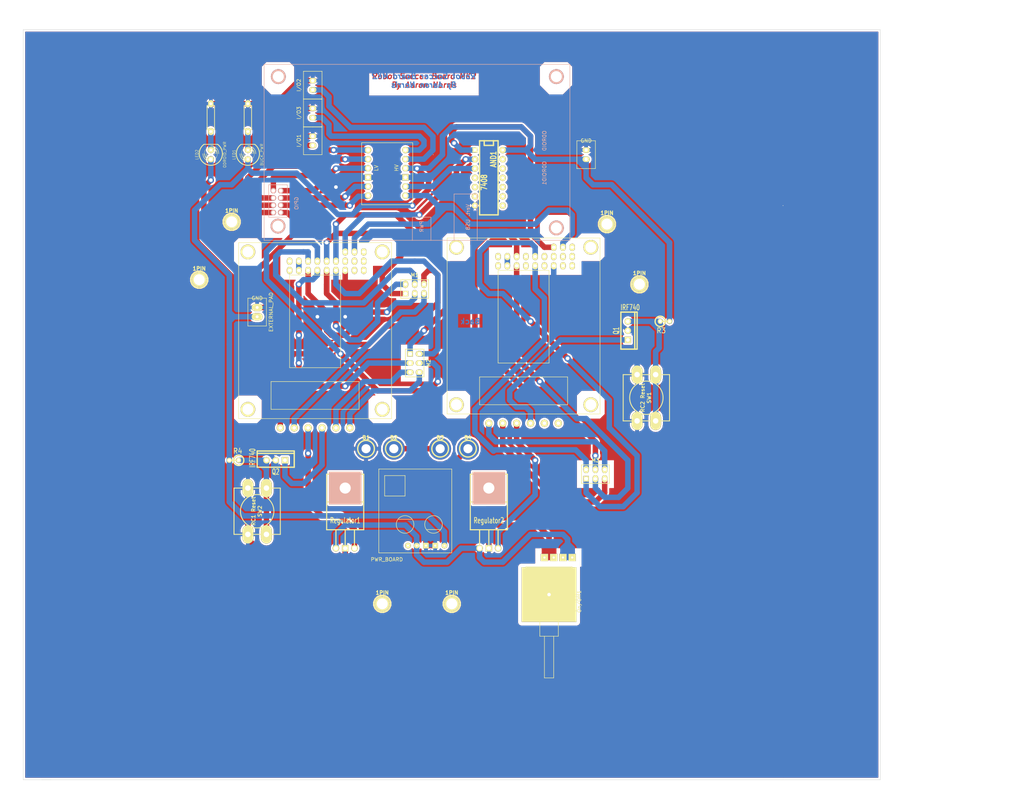
<source format=kicad_pcb>
(kicad_pcb (version 3) (host pcbnew "(2013-07-07 BZR 4022)-stable")
  (title_block (title "Robot Soccer Power & Control Board") (rev 4.2.2) (company "Norse Engineering") (comment 1 "Robot Soccer 2015") (comment 2 "produced for team Real Tucanos") (comment 3 "Roboclaw solder points on Front plane"))
  (layers (15 F.Cu signal) (0 B.Cu signal) (18 B.Paste user hide) (19 F.Paste user hide) (20 B.SilkS user hide) (21 F.SilkS user) (22 B.Mask user hide) (23 F.Mask user hide) (28 Edge.Cuts user))
  (net 0 "")
  (net 1 "12V(1)")
  (net 2 "12V(2)")
  (net 3 5V)
  (net 4 GND)
  (net 5 N-000001)
  (net 6 N-0000011)
  (net 7 N-0000012)
  (net 8 N-0000013)
  (net 9 N-0000014)
  (net 10 N-0000015)
  (net 11 N-0000016)
  (net 12 N-0000017)
  (net 13 N-0000018)
  (net 14 N-0000019)
  (net 15 N-000002)
  (net 16 N-0000020)
  (net 17 N-0000021)
  (net 18 N-0000022)
  (net 19 N-0000023)
  (net 20 N-0000024)
  (net 21 N-0000025)
  (net 22 N-0000030)
  (net 23 N-0000031)
  (net 24 N-0000032)
  (net 25 N-0000033)
  (net 26 N-0000034)
  (net 27 N-0000035)
  (net 28 N-0000036)
  (net 29 N-0000037)
  (net 30 N-0000038)
  (net 31 N-0000039)
  (net 32 N-000004)
  (net 33 N-0000040)
  (net 34 N-0000041)
  (net 35 N-0000042)
  (net 36 N-000005)
  (net 37 N-0000058)
  (net 38 N-000006)
  (net 39 N-0000062)
  (net 40 N-0000063)
  (net 41 N-0000064)
  (net 42 N-000007)
  (net 43 N-000008)
  (net 44 N-000009)
  (net 45 "RC(1)")
  (net 46 "RC(2)")
  (module ODROID_v3 (layer B.Cu) (at 107.315 40.64 90)
    (fp_text reference ODROID1 (at -6.35 40.64 90) (layer B.SilkS) (effects (justify mirror)))
    (fp_text value ODROID (at 2.54 40.64 90) (layer B.SilkS) (effects (justify mirror)))
    (fp_text user PWR (at -20.955 6.985 270) (layer B.SilkS) (effects (justify mirror)))
    (fp_text user "Vert. USB" (at -18.415 19.685 270) (layer B.SilkS) (effects (justify mirror)))
    (fp_text user GPIO (at -14.605 -27.305 270) (layer B.SilkS) (effects (justify mirror)))
    (pad 7 thru_hole oval (at -17.145 -33.655 90) (size 1.5 1.5) (drill 0.95) (layers *.Cu *.Mask B.SilkS) (net 4 GND) (clearance 0.01))
    (pad 5 thru_hole oval (at -15.145 -33.655 90) (size 1.5 1.5) (drill 0.95) (layers *.Cu *.Mask B.SilkS) (net 35 N-0000042) (clearance 0.01))
    (pad 3 thru_hole oval (at -13.145 -33.655 90) (size 1.5 1.5) (drill 0.95) (layers *.Cu *.Mask B.SilkS) (net 28 N-0000036) (clearance 0.01))
    (pad 1 thru_hole oval (at -11.145 -33.655 90) (size 1.5 1.5) (drill 0.95) (layers *.Cu *.Mask B.SilkS) (net 27 N-0000035) (clearance 0.01))
    (pad 8 thru_hole oval (at -17.145 -31.655 90) (size 1.5 1.5) (drill 0.95) (layers *.Cu *.Mask B.SilkS) (net 29 N-0000037) (clearance 0.01))
    (pad 6 thru_hole oval (at -15.145 -31.655 90) (size 1.5 1.5) (drill 0.95) (layers *.Cu *.Mask B.SilkS) (net 19 N-0000023) (clearance 0.01))
    (pad 4 thru_hole oval (at -13.145 -31.655 90) (size 1.5 1.5) (drill 0.95) (layers *.Cu *.Mask B.SilkS) (net 20 N-0000024) (clearance 0.01))
    (pad 2 thru_hole oval (at -11.145 -31.655 90) (size 1.5 1.5) (drill 0.95) (layers *.Cu *.Mask B.SilkS) (net 26 N-0000034) (clearance 0.01))
    (pad "" thru_hole circle (at -20.865 -32.395 90) (size 4.064 4.064) (drill 3.048) (layers *.Cu *.Mask B.SilkS))
    (pad "" thru_hole circle (at 20.135 -32.295 90) (size 4.064 4.064) (drill 3.048) (layers *.Cu *.Mask B.SilkS) (clearance 1))
    (pad "" thru_hole circle (at 20.135 43.905 90) (size 4.064 4.064) (drill 3.048) (layers *.Cu *.Mask B.SilkS) (clearance 1))
    (pad "" thru_hole circle (at -21.365 43.905 90) (size 4.064 4.064) (drill 3.048) (layers *.Cu *.Mask B.SilkS) (clearance 1))
  )
  (module ROBOCLAW_V2 (layer F.Cu) (at 141.605 90.17 270)
    (fp_text reference RC2 hide)
    (fp_text value ROBOCLAW hide)
    (pad 1 thru_hole oval (at -22.86 -13.97) (size 1.5 2) (drill 0.95) (layers *.Cu *.Mask F.SilkS))
    (pad 22 thru_hole circle (at 25.4 -10.16 270) (size 2 2) (drill 1) (layers *.Cu *.Mask F.SilkS))
    (pad 23 thru_hole circle (at 25.4 -6.35 270) (size 2 2) (drill 1) (layers *.Cu *.Mask F.SilkS))
    (pad 24 thru_hole circle (at 25.4 -2.54 270) (size 2 2) (drill 1) (layers *.Cu *.Mask F.SilkS) (net 46 "RC(2)"))
    (pad 25 thru_hole circle (at 25.4 1.27 270) (size 2 2) (drill 1) (layers *.Cu *.Mask F.SilkS) (net 2 "12V(2)"))
    (pad 26 thru_hole circle (at 25.4 5.08 270) (size 2 2) (drill 1) (layers *.Cu *.Mask F.SilkS) (net 38 N-000006))
    (pad 27 thru_hole circle (at 25.4 8.89 270) (size 2 2) (drill 1) (layers *.Cu *.Mask F.SilkS) (net 13 N-0000018))
    (pad 2 thru_hole oval (at -20.32 -13.97) (size 1.5 2) (drill 0.95) (layers *.Cu *.Mask F.SilkS))
    (pad 3 thru_hole oval (at -17.78 -13.97) (size 1.5 2) (drill 0.95) (layers *.Cu *.Mask F.SilkS))
    (pad 4 thru_hole oval (at -22.86 -11.43) (size 1.5 2) (drill 0.95) (layers *.Cu *.Mask F.SilkS) (net 37 N-0000058))
    (pad 5 thru_hole oval (at -20.32 -11.43) (size 1.5 2) (drill 0.95) (layers *.Cu *.Mask F.SilkS))
    (pad 6 thru_hole oval (at -17.78 -11.43) (size 1.5 2) (drill 0.95) (layers *.Cu *.Mask F.SilkS))
    (pad 7 thru_hole oval (at -22.86 -8.89) (size 1.5 2) (drill 0.95) (layers *.Cu *.Mask F.SilkS) (net 41 N-0000064))
    (pad 8 thru_hole oval (at -20.32 -8.89) (size 1.5 2) (drill 0.95) (layers *.Cu *.Mask F.SilkS))
    (pad 9 thru_hole oval (at -17.78 -8.89) (size 1.5 2) (drill 0.95) (layers *.Cu *.Mask F.SilkS) (net 4 GND))
    (pad 10 thru_hole oval (at -20.32 -6.35) (size 1.5 2) (drill 0.95) (layers *.Cu *.Mask F.SilkS))
    (pad 11 thru_hole oval (at -17.78 -6.35) (size 1.5 2) (drill 0.95) (layers *.Cu *.Mask F.SilkS))
    (pad 12 thru_hole oval (at -20.32 -3.81) (size 1.5 2) (drill 0.95) (layers *.Cu *.Mask F.SilkS) (net 39 N-0000062))
    (pad 13 thru_hole oval (at -17.78 -3.81) (size 1.5 2) (drill 0.95) (layers *.Cu *.Mask F.SilkS) (net 11 N-0000016))
    (pad 14 thru_hole oval (at -20.32 -1.27) (size 1.5 2) (drill 0.95) (layers *.Cu *.Mask F.SilkS))
    (pad 15 thru_hole oval (at -17.78 -1.27) (size 1.5 2) (drill 0.95) (layers *.Cu *.Mask F.SilkS))
    (pad 16 thru_hole oval (at -20.32 1.27) (size 1.5 2) (drill 0.95) (layers *.Cu *.Mask F.SilkS) (net 18 N-0000022))
    (pad 17 thru_hole oval (at -17.78 1.27) (size 1.5 2) (drill 0.95) (layers *.Cu *.Mask F.SilkS) (net 17 N-0000021))
    (pad 18 thru_hole oval (at -20.32 3.81) (size 1.5 2) (drill 0.95) (layers *.Cu *.Mask F.SilkS) (net 24 N-0000032))
    (pad 19 thru_hole oval (at -17.78 3.81) (size 1.5 2) (drill 0.95) (layers *.Cu *.Mask F.SilkS) (net 24 N-0000032))
    (pad 20 thru_hole oval (at -20.32 6.35) (size 1.5 2) (drill 0.95) (layers *.Cu *.Mask F.SilkS))
    (pad 21 thru_hole oval (at -17.78 6.35) (size 1.5 2) (drill 0.95) (layers *.Cu *.Mask F.SilkS))
    (pad "" thru_hole circle (at -22.86 -19.05 270) (size 4.064 4.064) (drill 3.048) (layers *.Cu *.Mask F.SilkS) (clearance 1))
    (pad "" thru_hole circle (at 20.32 -19.05 270) (size 4.064 4.064) (drill 3.048) (layers *.Cu *.Mask F.SilkS) (clearance 1))
    (pad "" thru_hole circle (at -22.86 17.78 270) (size 4.064 4.064) (drill 3.048) (layers *.Cu *.Mask F.SilkS) (clearance 1))
    (pad "" thru_hole circle (at 20.32 17.78 270) (size 4.064 4.064) (drill 3.048) (layers *.Cu *.Mask F.SilkS) (clearance 1))
  )
  (module ROBOCLAW_V2 (layer F.Cu) (at 84.455 91.44 270)
    (fp_text reference RC1 hide)
    (fp_text value ROBOCLAW hide)
    (pad 1 thru_hole oval (at -22.86 -13.97) (size 1.5 2) (drill 0.95) (layers *.Cu *.Mask F.SilkS))
    (pad 22 thru_hole circle (at 25.4 -10.16 270) (size 2 2) (drill 1) (layers *.Cu *.Mask F.SilkS) (net 36 N-000005))
    (pad 23 thru_hole circle (at 25.4 -6.35 270) (size 2 2) (drill 1) (layers *.Cu *.Mask F.SilkS) (net 32 N-000004))
    (pad 24 thru_hole circle (at 25.4 -2.54 270) (size 2 2) (drill 1) (layers *.Cu *.Mask F.SilkS) (net 45 "RC(1)"))
    (pad 25 thru_hole circle (at 25.4 1.27 270) (size 2 2) (drill 1) (layers *.Cu *.Mask F.SilkS) (net 1 "12V(1)"))
    (pad 26 thru_hole circle (at 25.4 5.08 270) (size 2 2) (drill 1) (layers *.Cu *.Mask F.SilkS) (net 5 N-000001))
    (pad 27 thru_hole circle (at 25.4 8.89 270) (size 2 2) (drill 1) (layers *.Cu *.Mask F.SilkS) (net 15 N-000002))
    (pad 2 thru_hole oval (at -20.32 -13.97) (size 1.5 2) (drill 0.95) (layers *.Cu *.Mask F.SilkS))
    (pad 3 thru_hole oval (at -17.78 -13.97) (size 1.5 2) (drill 0.95) (layers *.Cu *.Mask F.SilkS))
    (pad 4 thru_hole oval (at -22.86 -11.43) (size 1.5 2) (drill 0.95) (layers *.Cu *.Mask F.SilkS) (net 37 N-0000058))
    (pad 5 thru_hole oval (at -20.32 -11.43) (size 1.5 2) (drill 0.95) (layers *.Cu *.Mask F.SilkS))
    (pad 6 thru_hole oval (at -17.78 -11.43) (size 1.5 2) (drill 0.95) (layers *.Cu *.Mask F.SilkS))
    (pad 7 thru_hole oval (at -22.86 -8.89) (size 1.5 2) (drill 0.95) (layers *.Cu *.Mask F.SilkS) (net 40 N-0000063))
    (pad 8 thru_hole oval (at -20.32 -8.89) (size 1.5 2) (drill 0.95) (layers *.Cu *.Mask F.SilkS))
    (pad 9 thru_hole oval (at -17.78 -8.89) (size 1.5 2) (drill 0.95) (layers *.Cu *.Mask F.SilkS) (net 4 GND))
    (pad 10 thru_hole oval (at -20.32 -6.35) (size 1.5 2) (drill 0.95) (layers *.Cu *.Mask F.SilkS) (net 10 N-0000015))
    (pad 11 thru_hole oval (at -17.78 -6.35) (size 1.5 2) (drill 0.95) (layers *.Cu *.Mask F.SilkS) (net 7 N-0000012))
    (pad 12 thru_hole oval (at -20.32 -3.81) (size 1.5 2) (drill 0.95) (layers *.Cu *.Mask F.SilkS) (net 9 N-0000014))
    (pad 13 thru_hole oval (at -17.78 -3.81) (size 1.5 2) (drill 0.95) (layers *.Cu *.Mask F.SilkS) (net 8 N-0000013))
    (pad 14 thru_hole oval (at -20.32 -1.27) (size 1.5 2) (drill 0.95) (layers *.Cu *.Mask F.SilkS) (net 44 N-000009))
    (pad 15 thru_hole oval (at -17.78 -1.27) (size 1.5 2) (drill 0.95) (layers *.Cu *.Mask F.SilkS) (net 12 N-0000017))
    (pad 16 thru_hole oval (at -20.32 1.27) (size 1.5 2) (drill 0.95) (layers *.Cu *.Mask F.SilkS) (net 43 N-000008))
    (pad 17 thru_hole oval (at -17.78 1.27) (size 1.5 2) (drill 0.95) (layers *.Cu *.Mask F.SilkS) (net 14 N-0000019))
    (pad 18 thru_hole oval (at -20.32 3.81) (size 1.5 2) (drill 0.95) (layers *.Cu *.Mask F.SilkS) (net 25 N-0000033))
    (pad 19 thru_hole oval (at -17.78 3.81) (size 1.5 2) (drill 0.95) (layers *.Cu *.Mask F.SilkS) (net 25 N-0000033))
    (pad 20 thru_hole oval (at -20.32 6.35) (size 1.5 2) (drill 0.95) (layers *.Cu *.Mask F.SilkS))
    (pad 21 thru_hole oval (at -17.78 6.35) (size 1.5 2) (drill 0.95) (layers *.Cu *.Mask F.SilkS))
    (pad "" thru_hole circle (at -22.86 -19.05 270) (size 4.064 4.064) (drill 3.048) (layers *.Cu *.Mask F.SilkS) (clearance 0.5))
    (pad "" thru_hole circle (at 20.32 -19.05 270) (size 4.064 4.064) (drill 3.048) (layers *.Cu *.Mask F.SilkS) (clearance 1))
    (pad "" thru_hole circle (at -22.86 17.78 270) (size 4.064 4.064) (drill 3.048) (layers *.Cu *.Mask F.SilkS) (clearance 1))
    (pad "" thru_hole circle (at 20.32 17.78 270) (size 4.064 4.064) (drill 3.048) (layers *.Cu *.Mask F.SilkS) (clearance 1))
  )
  (module IO_Foot_Dual (layer F.Cu) (at 69.215 86.36 90)
    (fp_text reference 5v2 hide)
    (fp_text value EXTERNAL_PAD (at 1.27 3.81 90) (layer F.SilkS))
    (fp_text user GND (at 5.08 0 180) (layer F.SilkS))
    (pad 1 thru_hole oval (at 0 0 90) (size 2 3) (drill 0.8128) (layers *.Cu *.Mask F.SilkS) (net 3 5V))
    (pad 2 thru_hole oval (at 2.54 0 90) (size 2 3) (drill 0.8128) (layers *.Cu *.Mask F.SilkS) (net 4 GND))
  )
  (module R3 (layer F.Cu) (at 56.515 31.75 90)
    (fp_text reference R2 hide)
    (fp_text value 150Ohm hide)
    (pad 1 thru_hole oval (at -3.81 0 90) (size 2 1.5) (drill 0.8128) (layers *.Cu *.Mask F.SilkS) (net 16 N-0000020))
    (pad 2 thru_hole oval (at 3.81 0 90) (size 2 1.5) (drill 0.8128) (layers *.Cu *.Mask F.SilkS) (net 4 GND))
  )
  (module R3 (layer F.Cu) (at 66.675 31.75 90)
    (fp_text reference R1 hide)
    (fp_text value 150Ohm hide)
    (pad 1 thru_hole oval (at -3.81 0 90) (size 2 1.5) (drill 0.8128) (layers *.Cu *.Mask F.SilkS) (net 42 N-000007))
    (pad 2 thru_hole oval (at 3.81 0 90) (size 2 1.5) (drill 0.8128) (layers *.Cu *.Mask F.SilkS) (net 4 GND))
  )
  (module PowerBoard (layer F.Cu) (at 122.555 151.13 180)
    (fp_text reference PB1 hide)
    (fp_text value PWR_BOARD (at 17.8 -1.8 180) (layer F.SilkS))
    (pad 1 thru_hole circle (at 2 2 180) (size 1.55 1.55) (drill 0.6) (layers *.Cu *.Mask F.SilkS) (net 3 5V))
    (pad 2 thru_hole rect (at 4.54 2 180) (size 1.55 1.55) (drill 0.6) (layers *.Cu *.Mask F.SilkS) (net 4 GND))
    (pad 3 thru_hole rect (at 7.08 2 180) (size 1.55 1.55) (drill 0.6) (layers *.Cu *.Mask F.SilkS) (net 4 GND))
    (pad 4 thru_hole circle (at 9.62 2 180) (size 1.55 1.55) (drill 0.6) (layers *.Cu *.Mask F.SilkS) (net 33 N-0000040))
    (pad 5 thru_hole circle (at 12 2 180) (size 1.55 1.55) (drill 0.6) (layers *.Cu *.Mask F.SilkS))
  )
  (module Logic_lvl_SparkFun (layer F.Cu) (at 109.855 40.64 270)
    (fp_text reference LLC1 hide)
    (fp_text value LOGIC_LEVEL_CONVERTER hide)
    (fp_text user LV (at 4.95 7.99 270) (layer F.SilkS))
    (fp_text user HV (at 4.89 2.45 270) (layer F.SilkS))
    (pad 1 thru_hole circle (at 0 0 270) (size 1.75 1.75) (drill 1) (layers *.Cu *.Mask F.SilkS) (net 30 N-0000038))
    (pad 2 thru_hole circle (at 2.5 0 270) (size 1.75 1.75) (drill 1) (layers *.Cu *.Mask F.SilkS) (net 34 N-0000041))
    (pad 3 thru_hole circle (at 5 0 270) (size 1.75 1.75) (drill 1) (layers *.Cu *.Mask F.SilkS) (net 3 5V))
    (pad 4 thru_hole rect (at 7.5 0 270) (size 1.75 1.75) (drill 1) (layers *.Cu *.Mask F.SilkS) (net 4 GND))
    (pad 5 thru_hole circle (at 10 0 270) (size 1.75 1.75) (drill 1) (layers *.Cu *.Mask F.SilkS) (net 6 N-0000011))
    (pad 6 thru_hole circle (at 12.5 0 270) (size 1.75 1.75) (drill 1) (layers *.Cu *.Mask F.SilkS) (net 37 N-0000058))
    (pad 7 thru_hole circle (at 0 10.24 270) (size 1.75 1.75) (drill 1) (layers *.Cu *.Mask F.SilkS) (net 28 N-0000036))
    (pad 8 thru_hole circle (at 2.5 10.24 270) (size 1.75 1.75) (drill 1) (layers *.Cu *.Mask F.SilkS) (net 27 N-0000035))
    (pad 9 thru_hole circle (at 5 10.24 270) (size 1.75 1.75) (drill 1) (layers *.Cu *.Mask F.SilkS) (net 26 N-0000034))
    (pad 10 thru_hole rect (at 7.5 10.24 270) (size 1.75 1.75) (drill 1) (layers *.Cu *.Mask F.SilkS) (net 4 GND))
    (pad 11 thru_hole circle (at 10 10.24 270) (size 1.75 1.75) (drill 1) (layers *.Cu *.Mask F.SilkS) (net 20 N-0000024))
    (pad 12 thru_hole circle (at 12.5 10.24 270) (size 1.75 1.75) (drill 1) (layers *.Cu *.Mask F.SilkS) (net 19 N-0000023))
  )
  (module LED5MM (layer F.Cu) (at 66.675 41.91 90)
    (fp_text reference LED1 (at 0 -3.81 90) (layer F.SilkS) (effects (font (size 0.762 0.762) (thickness 0.0889))))
    (fp_text value BUCK_PWR (at 0 3.81 90) (layer F.SilkS) (effects (font (size 0.762 0.762) (thickness 0.0889))))
    (pad 1 thru_hole circle (at -1.27 0 90) (size 1.6764 1.6764) (drill 0.8128) (layers *.Cu *.Mask F.SilkS) (net 3 5V))
    (pad 2 thru_hole circle (at 1.27 0 90) (size 1.6764 1.6764) (drill 0.8128) (layers *.Cu *.Mask F.SilkS) (net 42 N-000007))
  )
  (module LED5MM (layer F.Cu) (at 56.515 41.91 90)
    (fp_text reference LED2 (at 0 -3.81 90) (layer F.SilkS) (effects (font (size 0.762 0.762) (thickness 0.0889))))
    (fp_text value ODROID_PWR (at 0 3.81 90) (layer F.SilkS) (effects (font (size 0.762 0.762) (thickness 0.0889))))
    (pad 1 thru_hole circle (at -1.27 0 90) (size 1.6764 1.6764) (drill 0.8128) (layers *.Cu *.Mask F.SilkS) (net 29 N-0000037))
    (pad 2 thru_hole circle (at 1.27 0 90) (size 1.6764 1.6764) (drill 0.8128) (layers *.Cu *.Mask F.SilkS) (net 16 N-0000020))
  )
  (module IO_Foot_Dual (layer F.Cu) (at 84.455 39.37 90)
    (fp_text reference I/O1 (at 1.27 -3.81 90) (layer F.SilkS))
    (fp_text value PAD hide)
    (pad 1 thru_hole oval (at 0 0 90) (size 1.5 2) (drill 0.95) (layers *.Cu *.Mask F.SilkS) (net 35 N-0000042))
    (pad 2 thru_hole oval (at 2.54 0 90) (size 1.5 2) (drill 0.95) (layers *.Cu *.Mask F.SilkS) (net 4 GND))
  )
  (module IO_Foot_Dual (layer F.Cu) (at 84.455 24.13 90)
    (fp_text reference I/O2 (at 1.27 -3.81 90) (layer F.SilkS))
    (fp_text value EXTERNAL_PAD hide)
    (pad 1 thru_hole oval (at 0 0 90) (size 1.5 2) (drill 0.95) (layers *.Cu *.Mask F.SilkS) (net 34 N-0000041))
    (pad 2 thru_hole oval (at 2.54 0 90) (size 1.5 2) (drill 0.95) (layers *.Cu *.Mask F.SilkS) (net 4 GND))
  )
  (module IO_Foot_Dual (layer F.Cu) (at 84.455 31.75 90)
    (fp_text reference I/O3 (at 1.27 -3.81 90) (layer F.SilkS))
    (fp_text value EXTERNAL_PAD hide)
    (pad 1 thru_hole oval (at 0 0 90) (size 1.5 2) (drill 0.95) (layers *.Cu *.Mask F.SilkS) (net 30 N-0000038))
    (pad 2 thru_hole oval (at 2.54 0 90) (size 1.5 2) (drill 0.95) (layers *.Cu *.Mask F.SilkS) (net 4 GND))
  )
  (module DIP-14__300 (layer F.Cu) (at 132.715 48.26 270)
    (fp_text reference AND1 (at -5.08 -1.27 270) (layer F.SilkS) (effects (font (size 1.524 1.143) (thickness 0.3048))))
    (fp_text value 7408 (at 1.27 1.27 270) (layer F.SilkS) (effects (font (size 1.524 1.143) (thickness 0.3048))))
    (pad 1 thru_hole rect (at -7.62 3.81 270) (size 1.397 1.397) (drill 0.8128) (layers *.Cu *.Mask F.SilkS) (net 41 N-0000064))
    (pad 2 thru_hole circle (at -5.08 3.81 270) (size 1.75 1.75) (drill 0.8128) (layers *.Cu *.Mask F.SilkS) (net 40 N-0000063))
    (pad 3 thru_hole circle (at -2.54 3.81 270) (size 1.75 1.75) (drill 0.8128) (layers *.Cu *.Mask F.SilkS) (net 6 N-0000011))
    (pad 4 thru_hole circle (at 0 3.81 270) (size 1.75 1.75) (drill 0.8128) (layers *.Cu *.Mask F.SilkS))
    (pad 5 thru_hole circle (at 2.54 3.81 270) (size 1.75 1.75) (drill 0.8128) (layers *.Cu *.Mask F.SilkS))
    (pad 6 thru_hole circle (at 5.08 3.81 270) (size 1.75 1.75) (drill 0.8128) (layers *.Cu *.Mask F.SilkS))
    (pad 7 thru_hole circle (at 7.62 3.81 270) (size 1.75 1.75) (drill 0.8128) (layers *.Cu *.Mask F.SilkS) (net 4 GND))
    (pad 8 thru_hole circle (at 7.62 -3.81 270) (size 1.75 1.75) (drill 0.8128) (layers *.Cu *.Mask F.SilkS))
    (pad 9 thru_hole circle (at 5.08 -3.81 270) (size 1.75 1.75) (drill 0.8128) (layers *.Cu *.Mask F.SilkS))
    (pad 10 thru_hole circle (at 2.54 -3.81 270) (size 1.75 1.75) (drill 0.8128) (layers *.Cu *.Mask F.SilkS))
    (pad 11 thru_hole circle (at 0 -3.81 270) (size 1.75 1.75) (drill 0.8128) (layers *.Cu *.Mask F.SilkS))
    (pad 12 thru_hole circle (at -2.54 -3.81 270) (size 1.75 1.75) (drill 0.8128) (layers *.Cu *.Mask F.SilkS))
    (pad 13 thru_hole circle (at -5.08 -3.81 270) (size 1.75 1.75) (drill 0.8128) (layers *.Cu *.Mask F.SilkS))
    (pad 14 thru_hole circle (at -7.62 -3.81 270) (size 1.75 1.75) (drill 0.8128) (layers *.Cu *.Mask F.SilkS) (net 3 5V))
  )
  (module 1pin (layer F.Cu) (at 99.06 122.555)
    (fp_text reference B1 (at 0 -3.048) (layer F.SilkS) (effects (font (size 1.016 1.016) (thickness 0.254))))
    (fp_text value PWR hide)
    (pad 1 thru_hole oval (at 0 0) (size 6 6) (drill 2.5) (layers *.Cu) (net 4 GND))
  )
  (module 1pin (layer F.Cu) (at 106.68 122.555)
    (fp_text reference B2 (at 0 -3.048) (layer F.SilkS) (effects (font (size 1.016 1.016) (thickness 0.254))))
    (fp_text value PWR hide)
    (pad 1 thru_hole circle (at 0 0) (size 6 6) (drill 2.5) (layers *.Cu) (net 31 N-0000039))
  )
  (module 1pin (layer F.Cu) (at 119.38 122.555)
    (fp_text reference B3 (at 0 -3.048) (layer F.SilkS) (effects (font (size 1.016 1.016) (thickness 0.254))))
    (fp_text value PWR hide)
    (pad 1 thru_hole circle (at 0 0) (size 6 6) (drill 2.5) (layers *.Cu) (net 31 N-0000039))
  )
  (module 1pin (layer F.Cu) (at 127 122.555)
    (fp_text reference B4 (at 0 -3.048) (layer F.SilkS) (effects (font (size 1.016 1.016) (thickness 0.254))))
    (fp_text value PWR hide)
    (pad 1 thru_hole circle (at 0 0) (size 6 6) (drill 2.5) (layers *.Cu) (net 21 N-0000025))
  )
  (module Power_Switch_Custom (layer F.Cu) (at 148.59 163.195 270)
    (fp_text reference On/Off1 (at 1.27 -8.89 270) (layer F.SilkS))
    (fp_text value SPST hide)
    (pad 1 thru_hole rect (at -10.795 0.635) (size 2 2) (drill 0.6) (layers *.Cu *.Mask F.SilkS) (net 21 N-0000025) (clearance 0.001))
    (pad 1 thru_hole rect (at -10.795 -1.905) (size 2 2) (drill 0.6) (layers *.Cu *.Mask F.SilkS) (net 21 N-0000025) (clearance 0.001))
    (pad 2 thru_hole rect (at -10.795 -4.445) (size 2 2) (drill 0.6) (layers *.Cu *.Mask F.SilkS) (net 33 N-0000040) (clearance 0.001))
    (pad 2 thru_hole rect (at -10.795 -6.985) (size 2 2) (drill 0.6) (layers *.Cu *.Mask F.SilkS) (net 33 N-0000040) (clearance 0.001))
    (pad "" thru_hole rect (at -0.635 -0.635) (size 15 15) (drill 0.95) (layers *.Cu *.Mask F.SilkS) (clearance 1))
  )
  (module pin_array_3x2 (layer F.Cu) (at 112.395 78.74)
    (fp_text reference M1 (at 0 -3.81) (layer F.SilkS) (effects (font (size 1.016 1.016) (thickness 0.2032))))
    (fp_text value M1 hide)
    (pad 1 thru_hole rect (at -2.54 1.27) (size 1.524 1.524) (drill 1.016) (layers *.Cu *.Mask F.SilkS) (net 9 N-0000014))
    (pad 2 thru_hole oval (at -2.54 -1.27) (size 1.5 2) (drill 0.95) (layers *.Cu *.Mask F.SilkS) (net 8 N-0000013))
    (pad 3 thru_hole oval (at 0 1.27) (size 1.5 2) (drill 0.95) (layers *.Cu *.Mask F.SilkS) (net 14 N-0000019))
    (pad 4 thru_hole oval (at 0 -1.27) (size 1.5 2) (drill 0.95) (layers *.Cu *.Mask F.SilkS) (net 43 N-000008))
    (pad 5 thru_hole oval (at 2.54 1.27) (size 1.5 2) (drill 0.95) (layers *.Cu *.Mask F.SilkS) (net 5 N-000001))
    (pad 6 thru_hole oval (at 2.54 -1.27) (size 1.5 2) (drill 0.95) (layers *.Cu *.Mask F.SilkS) (net 15 N-000002))
  )
  (module pin_array_3x2 (layer F.Cu) (at 112.395 99.06 270)
    (fp_text reference M2 (at 0 -3.81 270) (layer F.SilkS) (effects (font (size 1.016 1.016) (thickness 0.2032))))
    (fp_text value M2 hide)
    (pad 1 thru_hole rect (at -2.54 1.27 270) (size 1.524 1.524) (drill 1.016) (layers *.Cu *.Mask F.SilkS) (net 10 N-0000015))
    (pad 2 thru_hole oval (at -2.54 -1.27 270) (size 1.5 2) (drill 0.95) (layers *.Cu *.Mask F.SilkS) (net 7 N-0000012))
    (pad 3 thru_hole oval (at 0 1.27 270) (size 1.5 2) (drill 0.95) (layers *.Cu *.Mask F.SilkS) (net 12 N-0000017))
    (pad 4 thru_hole oval (at 0 -1.27 270) (size 1.5 2) (drill 0.95) (layers *.Cu *.Mask F.SilkS) (net 44 N-000009))
    (pad 5 thru_hole oval (at 2.54 1.27 270) (size 1.5 2) (drill 0.95) (layers *.Cu *.Mask F.SilkS) (net 32 N-000004))
    (pad 6 thru_hole oval (at 2.54 -1.27 270) (size 1.5 2) (drill 0.95) (layers *.Cu *.Mask F.SilkS) (net 36 N-000005))
  )
  (module pin_array_3x2 (layer F.Cu) (at 161.925 129.54)
    (fp_text reference M3 (at 0 -3.81) (layer F.SilkS) (effects (font (size 1.016 1.016) (thickness 0.2032))))
    (fp_text value M3 hide)
    (pad 1 thru_hole rect (at -2.54 1.27) (size 1.524 1.524) (drill 1.016) (layers *.Cu *.Mask F.SilkS) (net 39 N-0000062))
    (pad 2 thru_hole oval (at -2.54 -1.27) (size 1.5 2) (drill 0.95) (layers *.Cu *.Mask F.SilkS) (net 11 N-0000016))
    (pad 3 thru_hole oval (at 0 1.27) (size 1.5 2) (drill 0.95) (layers *.Cu *.Mask F.SilkS) (net 17 N-0000021))
    (pad 4 thru_hole oval (at 0 -1.27) (size 1.5 2) (drill 0.95) (layers *.Cu *.Mask F.SilkS) (net 18 N-0000022))
    (pad 5 thru_hole oval (at 2.54 1.27) (size 1.5 2) (drill 0.95) (layers *.Cu *.Mask F.SilkS) (net 38 N-000006))
    (pad 6 thru_hole oval (at 2.54 -1.27) (size 1.5 2) (drill 0.95) (layers *.Cu *.Mask F.SilkS) (net 13 N-0000018))
  )
  (module IO_Foot_Dual (layer F.Cu) (at 159.385 43.18 90)
    (fp_text reference 5v1 hide)
    (fp_text value EXTERNAL_PAD hide)
    (fp_text user GND (at 5.08 0 180) (layer F.SilkS))
    (pad 1 thru_hole oval (at 0 0 90) (size 1.5 2) (drill 0.95) (layers *.Cu *.Mask F.SilkS) (net 3 5V))
    (pad 2 thru_hole oval (at 2.54 0 90) (size 1.5 2) (drill 0.95) (layers *.Cu *.Mask F.SilkS) (net 4 GND))
  )
  (module Custom_LM7812 (layer F.Cu) (at 93.345 149.86 90)
    (fp_text reference Regulator1 (at 7.62 0 180) (layer F.SilkS) (effects (font (size 1.524 1.016) (thickness 0.2032))))
    (fp_text value V_REG_78XXTO-92 hide)
    (pad "" thru_hole rect (at 16.51 0 90) (size 8.89 8.89) (drill 3.048) (layers *.Cu *.SilkS *.Mask))
    (pad 2 thru_hole circle (at 0 -2.54 90) (size 1.778 1.778) (drill 1.143) (layers *.Cu *.Mask F.SilkS) (net 33 N-0000040))
    (pad 1 thru_hole rect (at 0 0 90) (size 1.778 1.778) (drill 1.143) (layers *.Cu *.Mask F.SilkS) (net 4 GND))
    (pad 3 thru_hole circle (at 0 2.54 90) (size 1.778 1.778) (drill 1.143) (layers *.Cu *.Mask F.SilkS) (net 1 "12V(1)"))
  )
  (module Custom_LM7812 (layer F.Cu) (at 132.715 149.86 90)
    (fp_text reference Regulator2 (at 7.62 0 180) (layer F.SilkS) (effects (font (size 1.524 1.016) (thickness 0.2032))))
    (fp_text value V_REG_78XXTO-92 hide)
    (pad "" thru_hole rect (at 16.51 0 90) (size 8.89 8.89) (drill 3.048) (layers *.Cu *.SilkS *.Mask))
    (pad 2 thru_hole circle (at 0 -2.54 90) (size 1.778 1.778) (drill 1.143) (layers *.Cu *.Mask F.SilkS) (net 33 N-0000040))
    (pad 1 thru_hole rect (at 0 0 90) (size 1.778 1.778) (drill 1.143) (layers *.Cu *.Mask F.SilkS) (net 4 GND) (clearance 0.001))
    (pad 3 thru_hole circle (at 0 2.54 90) (size 1.778 1.778) (drill 1.143) (layers *.Cu *.Mask F.SilkS) (net 2 "12V(2)"))
  )
  (module TO220_VERT (layer F.Cu) (at 170.815 90.17)
    (fp_text reference Q1 (at -3.175 0 90) (layer F.SilkS) (effects (font (size 1.524 1.016) (thickness 0.2032))))
    (fp_text value IRF740 (at 0.635 -6.35) (layer F.SilkS) (effects (font (size 1.524 1.016) (thickness 0.2032))))
    (pad 2 thru_hole circle (at 0 -2.54) (size 1.778 1.778) (drill 1.016) (layers *.Cu *.Mask F.SilkS) (net 23 N-0000031))
    (pad 3 thru_hole circle (at 0 0) (size 1.778 1.778) (drill 1.016) (layers *.Cu *.Mask F.SilkS) (net 4 GND))
    (pad 1 thru_hole rect (at 0 2.54) (size 1.778 1.778) (drill 1.016) (layers *.Cu *.Mask F.SilkS) (net 46 "RC(2)"))
  )
  (module TO220_VERT (layer F.Cu) (at 74.295 125.73 90)
    (fp_text reference Q2 (at -3.175 0 180) (layer F.SilkS) (effects (font (size 1.524 1.016) (thickness 0.2032))))
    (fp_text value IRF740 (at 0.635 -6.35 90) (layer F.SilkS) (effects (font (size 1.524 1.016) (thickness 0.2032))))
    (pad 2 thru_hole circle (at 0 -2.54 90) (size 1.778 1.778) (drill 1.016) (layers *.Cu *.Mask F.SilkS) (net 22 N-0000030))
    (pad 3 thru_hole circle (at 0 0 90) (size 1.778 1.778) (drill 1.016) (layers *.Cu *.Mask F.SilkS) (net 4 GND))
    (pad 1 thru_hole rect (at 0 2.54 90) (size 1.778 1.778) (drill 1.016) (layers *.Cu *.Mask F.SilkS) (net 45 "RC(1)"))
  )
  (module R1 (layer F.Cu) (at 62.865 125.73 180)
    (fp_text reference R4 (at -1.016 2.54 180) (layer F.SilkS) (effects (font (size 1.397 1.27) (thickness 0.2032))))
    (fp_text value "470 Ohm" hide)
    (pad 1 thru_hole circle (at -1.27 0 180) (size 1.397 1.397) (drill 0.8128) (layers *.Cu *.Mask F.SilkS) (net 22 N-0000030))
    (pad 2 thru_hole circle (at 1.27 0 180) (size 1.397 1.397) (drill 0.8128) (layers *.Cu *.Mask F.SilkS) (net 3 5V))
  )
  (module R1 (layer F.Cu) (at 180.975 87.63)
    (fp_text reference R3 (at -1.016 2.54) (layer F.SilkS) (effects (font (size 1.397 1.27) (thickness 0.2032))))
    (fp_text value "470 Ohm" hide)
    (pad 1 thru_hole circle (at -1.27 0) (size 1.397 1.397) (drill 0.8128) (layers *.Cu *.Mask F.SilkS) (net 23 N-0000031))
    (pad 2 thru_hole circle (at 1.27 0) (size 1.397 1.397) (drill 0.8128) (layers *.Cu *.Mask F.SilkS) (net 3 5V))
  )
  (module SW_PUSH-12mm (layer F.Cu) (at 69.215 139.7 270)
    (fp_text reference SW2 (at 0 -0.762 270) (layer F.SilkS) (effects (font (size 1.016 1.016) (thickness 0.2032))))
    (fp_text value "RC1 Reset" (at 0 1.016 270) (layer F.SilkS) (effects (font (size 1.016 1.016) (thickness 0.2032))))
    (pad 1 thru_hole oval (at 6.35 -2.54 270) (size 5 3) (drill 1.5) (layers *.Cu *.Mask F.SilkS) (net 22 N-0000030))
    (pad 2 thru_hole oval (at 6.35 2.54 270) (size 5 3) (drill 1.5) (layers *.Cu *.Mask F.SilkS) (net 4 GND))
    (pad 1 thru_hole oval (at -6.35 -2.54 270) (size 5 3) (drill 1.5) (layers *.Cu *.Mask F.SilkS) (net 22 N-0000030))
    (pad 2 thru_hole oval (at -6.35 2.54 270) (size 5 3) (drill 1.5) (layers *.Cu *.Mask F.SilkS) (net 4 GND))
  )
  (module SW_PUSH-12mm (layer F.Cu) (at 175.895 108.585 270)
    (fp_text reference SW1 (at 0 -0.762 270) (layer F.SilkS) (effects (font (size 1.016 1.016) (thickness 0.2032))))
    (fp_text value "RC2 Reset" (at 0 1.016 270) (layer F.SilkS) (effects (font (size 1.016 1.016) (thickness 0.2032))))
    (pad 1 thru_hole oval (at 6.35 -2.54 270) (size 5 3) (drill 1.5) (layers *.Cu *.Mask F.SilkS) (net 23 N-0000031))
    (pad 2 thru_hole oval (at 6.35 2.54 270) (size 5 3) (drill 1.5) (layers *.Cu *.Mask F.SilkS) (net 4 GND))
    (pad 1 thru_hole oval (at -6.35 -2.54 270) (size 5 3) (drill 1.5) (layers *.Cu *.Mask F.SilkS) (net 23 N-0000031))
    (pad 2 thru_hole oval (at -6.35 2.54 270) (size 5 3) (drill 1.5) (layers *.Cu *.Mask F.SilkS) (net 4 GND))
  )
  (module 1pin (layer F.Cu) (at 122.555 165.1)
    (fp_text reference 1PIN (at 0 -3.048) (layer F.SilkS) (effects (font (size 1.016 1.016) (thickness 0.254))))
    (fp_text value P*** hide)
    (pad 1 thru_hole circle (at 0 0) (size 4.064 4.064) (drill 3.048) (layers *.Cu *.Mask F.SilkS))
  )
  (module 1pin (layer F.Cu) (at 103.505 165.1)
    (fp_text reference 1PIN (at 0 -3.048) (layer F.SilkS) (effects (font (size 1.016 1.016) (thickness 0.254))))
    (fp_text value P*** hide)
    (pad 1 thru_hole circle (at 0 0) (size 4.064 4.064) (drill 3.048) (layers *.Cu *.Mask F.SilkS))
  )
  (module 1pin (layer F.Cu) (at 62.23 60.325)
    (fp_text reference 1PIN (at 0 -3.048) (layer F.SilkS) (effects (font (size 1.016 1.016) (thickness 0.254))))
    (fp_text value P*** hide)
    (pad 1 thru_hole circle (at 0 0) (size 4.064 4.064) (drill 3.048) (layers *.Cu *.Mask F.SilkS))
  )
  (module 1pin (layer F.Cu) (at 53.34 76.2)
    (fp_text reference 1PIN (at 0 -3.048) (layer F.SilkS) (effects (font (size 1.016 1.016) (thickness 0.254))))
    (fp_text value P*** hide)
    (pad 1 thru_hole circle (at 0 0) (size 4.064 4.064) (drill 3.048) (layers *.Cu *.Mask F.SilkS))
  )
  (module 1pin (layer F.Cu) (at 165.1 60.96)
    (fp_text reference 1PIN (at 0 -3.048) (layer F.SilkS) (effects (font (size 1.016 1.016) (thickness 0.254))))
    (fp_text value P*** hide)
    (pad 1 thru_hole circle (at 0 0) (size 4.064 4.064) (drill 3.048) (layers *.Cu *.Mask F.SilkS))
  )
  (module 1pin (layer F.Cu) (at 173.99 77.47)
    (fp_text reference 1PIN (at 0 -3.048) (layer F.SilkS) (effects (font (size 1.016 1.016) (thickness 0.254))))
    (fp_text value P*** hide)
    (pad 1 thru_hole circle (at 0 0) (size 4.064 4.064) (drill 3.048) (layers *.Cu *.Mask F.SilkS))
  )
  (gr_text "Robot Soccer Board MK2\nBy Aaron Norris" (at 114.935 21.59) (layer F.Cu) (effects (font (size 1.5 1.5) (thickness 0.3) italic)))
  (gr_text "Robot Soccer Board MK2\nBy Aaron Norris" (at 114.935 21.59) (layer B.Cu) (effects (font (size 1.5 1.5) (thickness 0.3) italic) (justify mirror)))
  (gr_line (start 5.08 213.36) (end 12.7 213.36) (angle 90) (layer Edge.Cuts) (width 0.1))
  (gr_line (start 5.08 7.62) (end 5.08 213.36) (angle 90) (layer Edge.Cuts) (width 0.1))
  (gr_line (start 240.03 7.62) (end 5.08 7.62) (angle 90) (layer Edge.Cuts) (width 0.1))
  (gr_line (start 240.03 213.36) (end 240.03 7.62) (angle 90) (layer Edge.Cuts) (width 0.1))
  (gr_line (start 213.36 213.36) (end 240.03 213.36) (angle 90) (layer Edge.Cuts) (width 0.1))
  (gr_line (start 213.36 213.36) (end 10.16 213.36) (angle 90) (layer Edge.Cuts) (width 0.1))
  (gr_text Front (at 122.555 97.155) (layer F.Cu) (effects (font (size 1.5 1.5) (thickness 0.3))))
  (gr_text Back (at 127.635 87.63) (layer B.Cu) (effects (font (size 1.5 1.5) (thickness 0.3)) (justify mirror)))
  (target plus (at 117.475 41.91) (size 0.005) (width 0.1) (layer Edge.Cuts))
  (target plus (at 213.36 55.88) (size 0.005) (width 0.1) (layer Edge.Cuts))
  (segment (start 95.885 149.86) (end 95.885 144.78) (width 1.5) (layer F.Cu) (net 1))
  (segment (start 95.885 144.78) (end 92.075 140.97) (width 1.5) (layer F.Cu) (net 1))
  (segment (start 92.075 140.97) (end 86.995 140.97) (width 1.5) (layer F.Cu) (net 1))
  (segment (start 86.995 140.97) (end 83.185 137.16) (width 1.5) (layer F.Cu) (net 1))
  (segment (start 83.185 123.825) (end 83.185 116.84) (width 1.5) (layer B.Cu) (net 1))
  (via (at 83.185 123.825) (size 1.75) (layers F.Cu B.Cu) (net 1))
  (segment (start 83.185 137.16) (end 83.185 123.825) (width 1.5) (layer F.Cu) (net 1))
  (segment (start 135.255 149.86) (end 135.255 145.415) (width 1.5) (layer B.Cu) (net 2))
  (segment (start 140.335 120.65) (end 140.335 115.57) (width 1.5) (layer F.Cu) (net 2))
  (segment (start 145.415 125.73) (end 140.335 120.65) (width 1.5) (layer F.Cu) (net 2))
  (via (at 145.415 125.73) (size 1.75) (layers F.Cu B.Cu) (net 2))
  (segment (start 145.415 135.255) (end 145.415 125.73) (width 1.5) (layer B.Cu) (net 2))
  (segment (start 135.255 145.415) (end 145.415 135.255) (width 1.5) (layer B.Cu) (net 2))
  (segment (start 157.48 43.18) (end 157.48 43.815) (width 1.5) (layer B.Cu) (net 3))
  (segment (start 157.48 43.815) (end 159.385 45.72) (width 1.5) (layer B.Cu) (net 3))
  (segment (start 159.385 43.18) (end 159.385 45.72) (width 1.5) (layer B.Cu) (net 3))
  (segment (start 159.385 45.72) (end 159.385 48.26) (width 1.5) (layer B.Cu) (net 3))
  (segment (start 182.245 66.04) (end 174.625 58.42) (width 1.5) (layer B.Cu) (net 3))
  (segment (start 182.245 87.63) (end 182.245 82.55) (width 1.5) (layer B.Cu) (net 3))
  (segment (start 174.625 58.42) (end 166.37 50.165) (width 1.5) (layer B.Cu) (net 3))
  (segment (start 182.245 82.55) (end 182.245 66.04) (width 1.5) (layer B.Cu) (net 3))
  (segment (start 159.385 48.26) (end 161.29 50.165) (width 1.5) (layer B.Cu) (net 3))
  (segment (start 161.29 50.165) (end 166.37 50.165) (width 1.5) (layer B.Cu) (net 3))
  (segment (start 63.5 86.36) (end 62.865 86.36) (width 1.5) (layer B.Cu) (net 3))
  (segment (start 62.865 86.36) (end 61.595 85.09) (width 1.5) (layer B.Cu) (net 3))
  (segment (start 60.325 73.66) (end 61.595 74.93) (width 1.5) (layer B.Cu) (net 3))
  (segment (start 61.595 74.93) (end 61.595 85.09) (width 1.5) (layer B.Cu) (net 3))
  (segment (start 61.595 85.09) (end 61.595 87.63) (width 1.5) (layer B.Cu) (net 3))
  (segment (start 61.595 93.98) (end 61.595 87.63) (width 1.5) (layer B.Cu) (net 3))
  (segment (start 61.595 125.73) (end 61.595 93.98) (width 1.5) (layer B.Cu) (net 3))
  (segment (start 63.5 86.36) (end 66.675 86.36) (width 1.5) (layer B.Cu) (net 3))
  (segment (start 61.595 87.63) (end 62.865 86.36) (width 1.5) (layer B.Cu) (net 3))
  (segment (start 66.675 45.72) (end 65.405 46.99) (width 1.5) (layer B.Cu) (net 3))
  (segment (start 60.325 73.66) (end 52.07 65.405) (width 1.5) (layer B.Cu) (net 3))
  (segment (start 52.07 65.405) (end 52.07 57.15) (width 1.5) (layer B.Cu) (net 3))
  (segment (start 52.07 57.15) (end 59.055 50.165) (width 1.5) (layer B.Cu) (net 3))
  (segment (start 59.055 50.165) (end 62.23 50.165) (width 1.5) (layer B.Cu) (net 3))
  (segment (start 62.23 50.165) (end 65.405 46.99) (width 1.5) (layer B.Cu) (net 3))
  (segment (start 66.675 43.18) (end 66.675 45.72) (width 1.5) (layer B.Cu) (net 3))
  (segment (start 66.675 45.72) (end 67.945 46.99) (width 1.5) (layer B.Cu) (net 3))
  (segment (start 113.03 45.72) (end 113.03 45.64) (width 1.5) (layer B.Cu) (net 3))
  (via (at 113.03 45.72) (size 1.75) (layers F.Cu B.Cu) (net 3))
  (segment (start 116.205 48.895) (end 113.03 45.72) (width 1.5) (layer F.Cu) (net 3))
  (segment (start 116.205 51.435) (end 116.205 48.895) (width 1.5) (layer F.Cu) (net 3))
  (segment (start 111.76 55.88) (end 116.205 51.435) (width 1.5) (layer F.Cu) (net 3))
  (via (at 111.76 55.88) (size 1.75) (layers F.Cu B.Cu) (net 3))
  (segment (start 97.79 55.88) (end 111.76 55.88) (width 1.5) (layer B.Cu) (net 3))
  (segment (start 95.35886 58.31114) (end 97.79 55.88) (width 1.5) (layer B.Cu) (net 3))
  (segment (start 91.33114 58.31114) (end 95.35886 58.31114) (width 1.5) (layer B.Cu) (net 3))
  (segment (start 80.01 46.99) (end 91.33114 58.31114) (width 1.5) (layer B.Cu) (net 3))
  (segment (start 67.945 46.99) (end 80.01 46.99) (width 1.5) (layer B.Cu) (net 3))
  (segment (start 66.675 86.36) (end 69.215 86.36) (width 1.5) (layer B.Cu) (net 3))
  (segment (start 61.595 125.73) (end 61.595 137.16) (width 1.5) (layer B.Cu) (net 3))
  (segment (start 120.555 145.32) (end 120.555 149.13) (width 1.5) (layer B.Cu) (net 3))
  (segment (start 116.205 140.97) (end 120.555 145.32) (width 1.5) (layer B.Cu) (net 3))
  (segment (start 65.405 140.97) (end 116.205 140.97) (width 1.5) (layer B.Cu) (net 3))
  (segment (start 61.595 137.16) (end 65.405 140.97) (width 1.5) (layer B.Cu) (net 3))
  (segment (start 136.525 40.64) (end 142.875 40.64) (width 1.5) (layer B.Cu) (net 3))
  (segment (start 142.875 40.64) (end 144.145 41.91) (width 1.5) (layer B.Cu) (net 3))
  (segment (start 145.415 43.18) (end 157.48 43.18) (width 1.5) (layer B.Cu) (net 3))
  (segment (start 157.48 43.18) (end 159.385 43.18) (width 1.5) (layer B.Cu) (net 3))
  (segment (start 144.145 41.91) (end 145.415 43.18) (width 1.5) (layer B.Cu) (net 3))
  (segment (start 109.855 45.64) (end 113.03 45.64) (width 1.5) (layer B.Cu) (net 3))
  (segment (start 113.03 45.64) (end 116.285 45.64) (width 1.5) (layer B.Cu) (net 3))
  (segment (start 144.145 39.37) (end 142.875 40.64) (width 1.5) (layer B.Cu) (net 3))
  (segment (start 144.145 36.83) (end 144.145 39.37) (width 1.5) (layer B.Cu) (net 3))
  (segment (start 141.605 34.29) (end 144.145 36.83) (width 1.5) (layer B.Cu) (net 3))
  (segment (start 122.555 34.29) (end 141.605 34.29) (width 1.5) (layer B.Cu) (net 3))
  (segment (start 120.015 36.83) (end 122.555 34.29) (width 1.5) (layer B.Cu) (net 3))
  (segment (start 120.015 41.91) (end 120.015 36.83) (width 1.5) (layer B.Cu) (net 3))
  (segment (start 116.285 45.64) (end 120.015 41.91) (width 1.5) (layer B.Cu) (net 3))
  (segment (start 63.1825 31.4325) (end 63.1825 28.8925) (width 1.5) (layer F.Cu) (net 4))
  (segment (start 64.135 27.94) (end 66.675 27.94) (width 1.5) (layer F.Cu) (net 4))
  (segment (start 63.1825 28.8925) (end 64.135 27.94) (width 1.5) (layer F.Cu) (net 4))
  (segment (start 59.055 30.48) (end 59.055 28.575) (width 1.5) (layer F.Cu) (net 4))
  (segment (start 58.42 27.94) (end 56.515 27.94) (width 1.5) (layer F.Cu) (net 4))
  (segment (start 59.055 28.575) (end 58.42 27.94) (width 1.5) (layer F.Cu) (net 4))
  (segment (start 170.815 90.17) (end 173.355 90.17) (width 1.5) (layer B.Cu) (net 4))
  (segment (start 173.355 90.17) (end 175.26 92.075) (width 1.5) (layer B.Cu) (net 4))
  (segment (start 173.355 98.425) (end 173.355 102.235) (width 1.5) (layer B.Cu) (net 4))
  (segment (start 175.26 96.52) (end 173.355 98.425) (width 1.5) (layer B.Cu) (net 4))
  (segment (start 175.26 92.075) (end 175.26 96.52) (width 1.5) (layer B.Cu) (net 4))
  (segment (start 74.295 125.73) (end 74.295 130.175) (width 1.5) (layer B.Cu) (net 4))
  (segment (start 66.675 135.89) (end 66.675 133.35) (width 1.5) (layer B.Cu) (net 4))
  (segment (start 68.58 137.795) (end 66.675 135.89) (width 1.5) (layer B.Cu) (net 4))
  (segment (start 73.66 137.795) (end 68.58 137.795) (width 1.5) (layer B.Cu) (net 4))
  (segment (start 76.2 135.255) (end 73.66 137.795) (width 1.5) (layer B.Cu) (net 4))
  (segment (start 76.2 133.35) (end 76.2 135.255) (width 1.5) (layer B.Cu) (net 4))
  (segment (start 74.93 132.08) (end 76.2 133.35) (width 1.5) (layer B.Cu) (net 4))
  (segment (start 74.93 130.81) (end 74.93 132.08) (width 1.5) (layer B.Cu) (net 4))
  (segment (start 74.295 130.175) (end 74.93 130.81) (width 1.5) (layer B.Cu) (net 4))
  (segment (start 64.135 45.72) (end 61.595 43.18) (width 1.5) (layer F.Cu) (net 4))
  (segment (start 73.66 57.785) (end 67.945 57.785) (width 1.5) (layer F.Cu) (net 4))
  (segment (start 64.135 53.975) (end 64.135 45.72) (width 1.5) (layer F.Cu) (net 4))
  (segment (start 67.945 57.785) (end 64.135 53.975) (width 1.5) (layer F.Cu) (net 4))
  (segment (start 109.855 48.14) (end 116.085 48.14) (width 1.5) (layer B.Cu) (net 4))
  (segment (start 116.085 48.14) (end 116.205 48.26) (width 1.5) (layer B.Cu) (net 4))
  (segment (start 93.345 73.66) (end 93.345 86.36) (width 1.5) (layer F.Cu) (net 4))
  (segment (start 71.755 83.82) (end 69.215 83.82) (width 1.5) (layer F.Cu) (net 4))
  (segment (start 73.025 85.09) (end 71.755 83.82) (width 1.5) (layer F.Cu) (net 4))
  (segment (start 73.025 88.9) (end 73.025 85.09) (width 1.5) (layer F.Cu) (net 4))
  (segment (start 78.105 93.98) (end 73.025 88.9) (width 1.5) (layer F.Cu) (net 4))
  (segment (start 83.185 93.98) (end 78.105 93.98) (width 1.5) (layer F.Cu) (net 4))
  (segment (start 84.455 92.71) (end 83.185 93.98) (width 1.5) (layer F.Cu) (net 4))
  (segment (start 84.455 87.63) (end 84.455 92.71) (width 1.5) (layer F.Cu) (net 4))
  (segment (start 85.725 86.36) (end 84.455 87.63) (width 1.5) (layer F.Cu) (net 4))
  (via (at 85.725 86.36) (size 1.75) (layers F.Cu B.Cu) (net 4))
  (segment (start 93.345 86.36) (end 85.725 86.36) (width 1.5) (layer B.Cu) (net 4))
  (via (at 93.345 86.36) (size 1.75) (layers F.Cu B.Cu) (net 4))
  (segment (start 99.615 48.14) (end 93.465 48.14) (width 1.5) (layer B.Cu) (net 4))
  (via (at 90.805 50.8) (size 1.75) (layers F.Cu B.Cu) (net 4))
  (segment (start 93.465 48.14) (end 90.805 50.8) (width 1.5) (layer B.Cu) (net 4))
  (segment (start 99.615 48.14) (end 109.855 48.14) (width 1.5) (layer B.Cu) (net 4))
  (segment (start 115.475 149.13) (end 118.015 149.13) (width 1.5) (layer F.Cu) (net 4))
  (segment (start 118.015 149.13) (end 115.475 146.59) (width 1.5) (layer F.Cu) (net 4))
  (segment (start 132.715 149.86) (end 132.715 147.32) (width 1.5) (layer F.Cu) (net 4))
  (segment (start 132.715 147.32) (end 127.635 142.24) (width 1.5) (layer F.Cu) (net 4))
  (segment (start 127.635 142.24) (end 117.475 142.24) (width 1.5) (layer F.Cu) (net 4))
  (segment (start 117.475 142.24) (end 115.475 144.24) (width 1.5) (layer F.Cu) (net 4))
  (segment (start 115.475 144.24) (end 115.475 146.59) (width 1.5) (layer F.Cu) (net 4))
  (segment (start 115.475 146.59) (end 115.475 149.13) (width 1.5) (layer F.Cu) (net 4))
  (segment (start 150.495 72.39) (end 150.495 78.74) (width 1.5) (layer B.Cu) (net 4))
  (segment (start 66.675 146.05) (end 66.675 147.32) (width 1.5) (layer F.Cu) (net 4))
  (segment (start 93.345 152.4) (end 93.345 149.86) (width 1.5) (layer F.Cu) (net 4))
  (segment (start 92.075 153.67) (end 93.345 152.4) (width 1.5) (layer F.Cu) (net 4))
  (segment (start 73.025 153.67) (end 92.075 153.67) (width 1.5) (layer F.Cu) (net 4))
  (segment (start 66.675 147.32) (end 73.025 153.67) (width 1.5) (layer F.Cu) (net 4))
  (segment (start 66.675 133.35) (end 66.675 146.05) (width 1.5) (layer F.Cu) (net 4))
  (segment (start 74.295 27.94) (end 79.375 33.02) (width 1.5) (layer F.Cu) (net 4))
  (segment (start 80.645 36.83) (end 84.455 36.83) (width 1.5) (layer F.Cu) (net 4))
  (segment (start 79.375 35.56) (end 80.645 36.83) (width 1.5) (layer F.Cu) (net 4))
  (segment (start 79.375 33.02) (end 79.375 35.56) (width 1.5) (layer F.Cu) (net 4))
  (segment (start 74.295 27.94) (end 79.375 27.94) (width 1.5) (layer F.Cu) (net 4))
  (segment (start 80.645 29.21) (end 84.455 29.21) (width 1.5) (layer F.Cu) (net 4))
  (segment (start 79.375 27.94) (end 80.645 29.21) (width 1.5) (layer F.Cu) (net 4))
  (segment (start 66.675 27.94) (end 74.295 27.94) (width 1.5) (layer F.Cu) (net 4))
  (segment (start 80.645 21.59) (end 84.455 21.59) (width 1.5) (layer F.Cu) (net 4))
  (segment (start 79.375 22.86) (end 80.645 21.59) (width 1.5) (layer F.Cu) (net 4))
  (segment (start 74.295 27.94) (end 79.375 22.86) (width 1.5) (layer F.Cu) (net 4))
  (segment (start 61.595 33.02) (end 63.1825 31.4325) (width 1.5) (layer F.Cu) (net 4))
  (segment (start 61.595 33.02) (end 59.055 30.48) (width 1.5) (layer F.Cu) (net 4))
  (segment (start 61.595 43.18) (end 61.595 33.02) (width 1.5) (layer F.Cu) (net 4))
  (segment (start 79.375 116.84) (end 79.375 114.3) (width 1.5) (layer B.Cu) (net 5))
  (segment (start 114.935 82.55) (end 114.935 80.01) (width 1.5) (layer B.Cu) (net 5))
  (segment (start 112.395 85.09) (end 114.935 82.55) (width 1.5) (layer B.Cu) (net 5))
  (segment (start 108.585 85.09) (end 112.395 85.09) (width 1.5) (layer B.Cu) (net 5))
  (segment (start 79.375 114.3) (end 108.585 85.09) (width 1.5) (layer B.Cu) (net 5))
  (segment (start 109.855 50.64) (end 117.315 50.64) (width 1.5) (layer B.Cu) (net 6))
  (segment (start 122.235 45.72) (end 128.905 45.72) (width 1.5) (layer B.Cu) (net 6))
  (segment (start 117.315 50.64) (end 122.235 45.72) (width 1.5) (layer B.Cu) (net 6))
  (segment (start 112.395 71.12) (end 114.935 71.12) (width 1.5) (layer B.Cu) (net 7))
  (segment (start 90.805 77.47) (end 93.345 80.01) (width 1.5) (layer B.Cu) (net 7))
  (segment (start 93.345 80.01) (end 97.155 80.01) (width 1.5) (layer B.Cu) (net 7))
  (segment (start 97.155 80.01) (end 106.045 71.12) (width 1.5) (layer B.Cu) (net 7))
  (segment (start 106.045 71.12) (end 112.395 71.12) (width 1.5) (layer B.Cu) (net 7))
  (segment (start 90.805 73.66) (end 90.805 77.47) (width 1.5) (layer B.Cu) (net 7))
  (segment (start 117.475 96.52) (end 113.665 96.52) (width 1.5) (layer B.Cu) (net 7))
  (segment (start 118.745 95.25) (end 117.475 96.52) (width 1.5) (layer B.Cu) (net 7))
  (segment (start 118.745 74.93) (end 118.745 95.25) (width 1.5) (layer B.Cu) (net 7))
  (segment (start 114.935 71.12) (end 118.745 74.93) (width 1.5) (layer B.Cu) (net 7))
  (segment (start 90.805 82.55) (end 88.265 80.01) (width 1.5) (layer F.Cu) (net 8))
  (segment (start 88.265 80.01) (end 88.265 73.66) (width 1.5) (layer F.Cu) (net 8))
  (segment (start 88.265 78.74) (end 88.265 77.47) (width 1.5) (layer F.Cu) (net 8))
  (segment (start 90.805 88.9) (end 90.805 82.55) (width 1.5) (layer F.Cu) (net 8))
  (segment (start 88.265 78.74) (end 88.265 80.01) (width 1.5) (layer F.Cu) (net 8))
  (segment (start 88.265 80.01) (end 88.265 77.47) (width 1.5) (layer F.Cu) (net 8))
  (segment (start 90.805 88.9) (end 94.615 92.71) (width 1.5) (layer B.Cu) (net 8))
  (segment (start 97.155 92.71) (end 102.235 87.63) (width 1.5) (layer B.Cu) (net 8))
  (segment (start 94.615 92.71) (end 97.155 92.71) (width 1.5) (layer B.Cu) (net 8))
  (segment (start 104.775 80.01) (end 102.235 82.55) (width 1.5) (layer B.Cu) (net 8))
  (segment (start 102.235 82.55) (end 102.235 87.63) (width 1.5) (layer B.Cu) (net 8))
  (segment (start 109.855 77.47) (end 107.315 77.47) (width 1.5) (layer B.Cu) (net 8))
  (segment (start 107.315 77.47) (end 104.775 80.01) (width 1.5) (layer B.Cu) (net 8))
  (segment (start 88.265 77.47) (end 88.265 73.66) (width 1.5) (layer F.Cu) (net 8))
  (via (at 90.805 88.9) (size 1.75) (layers F.Cu B.Cu) (net 8))
  (segment (start 109.855 80.01) (end 106.045 80.01) (width 1.5) (layer F.Cu) (net 9))
  (segment (start 88.265 66.04) (end 88.265 71.12) (width 1.5) (layer B.Cu) (net 9))
  (via (at 88.265 66.04) (size 1.75) (layers F.Cu B.Cu) (net 9))
  (segment (start 90.805 63.5) (end 88.265 66.04) (width 1.5) (layer F.Cu) (net 9))
  (segment (start 106.045 63.5) (end 90.805 63.5) (width 1.5) (layer F.Cu) (net 9))
  (segment (start 108.585 66.04) (end 106.045 63.5) (width 1.5) (layer F.Cu) (net 9))
  (segment (start 108.585 69.85) (end 108.585 66.04) (width 1.5) (layer F.Cu) (net 9))
  (segment (start 103.505 74.93) (end 108.585 69.85) (width 1.5) (layer F.Cu) (net 9))
  (segment (start 103.505 77.47) (end 103.505 74.93) (width 1.5) (layer F.Cu) (net 9))
  (segment (start 106.045 80.01) (end 103.505 77.47) (width 1.5) (layer F.Cu) (net 9))
  (segment (start 90.805 71.12) (end 90.805 60.96) (width 1.5) (layer B.Cu) (net 10))
  (segment (start 111.125 93.98) (end 111.125 96.52) (width 1.5) (layer B.Cu) (net 10))
  (segment (start 114.935 90.17) (end 111.125 93.98) (width 1.5) (layer B.Cu) (net 10))
  (via (at 114.935 90.17) (size 1.75) (layers F.Cu B.Cu) (net 10))
  (segment (start 121.285 83.82) (end 114.935 90.17) (width 1.5) (layer F.Cu) (net 10))
  (segment (start 121.285 72.39) (end 121.285 83.82) (width 1.5) (layer F.Cu) (net 10))
  (segment (start 107.315 58.42) (end 121.285 72.39) (width 1.5) (layer F.Cu) (net 10))
  (segment (start 93.345 58.42) (end 107.315 58.42) (width 1.5) (layer F.Cu) (net 10))
  (segment (start 90.805 60.96) (end 93.345 58.42) (width 1.5) (layer F.Cu) (net 10))
  (via (at 90.805 60.96) (size 1.75) (layers F.Cu B.Cu) (net 10))
  (segment (start 145.415 122.8725) (end 133.6675 122.8725) (width 1.5) (layer B.Cu) (net 11))
  (segment (start 133.6675 122.8725) (end 132.08 121.285) (width 1.5) (layer B.Cu) (net 11))
  (segment (start 133.6675 122.8725) (end 132.08 121.285) (width 1.5) (layer B.Cu) (net 11))
  (segment (start 132.08 121.285) (end 130.175 119.38) (width 1.5) (layer B.Cu) (net 11))
  (segment (start 133.6675 122.8725) (end 133.985 123.19) (width 1.5) (layer B.Cu) (net 11))
  (segment (start 133.985 123.19) (end 131.1275 120.3325) (width 1.5) (layer B.Cu) (net 11))
  (segment (start 128.905 118.11) (end 128.905 114.3) (width 1.5) (layer B.Cu) (net 11))
  (segment (start 131.1275 120.3325) (end 130.175 119.38) (width 1.5) (layer B.Cu) (net 11))
  (segment (start 130.175 119.38) (end 128.905 118.11) (width 1.5) (layer B.Cu) (net 11))
  (segment (start 156.5275 122.8725) (end 145.415 122.8725) (width 1.5) (layer B.Cu) (net 11))
  (segment (start 159.385 128.27) (end 159.385 125.73) (width 1.5) (layer B.Cu) (net 11))
  (segment (start 145.415 78.74) (end 145.415 72.39) (width 1.5) (layer B.Cu) (net 11))
  (segment (start 128.905 114.3) (end 128.905 111.76) (width 1.5) (layer B.Cu) (net 11))
  (segment (start 128.905 111.76) (end 147.955 92.71) (width 1.5) (layer B.Cu) (net 11))
  (segment (start 147.955 92.71) (end 147.955 81.28) (width 1.5) (layer B.Cu) (net 11))
  (segment (start 147.955 81.28) (end 145.415 78.74) (width 1.5) (layer B.Cu) (net 11))
  (segment (start 159.385 125.73) (end 156.5275 122.8725) (width 1.5) (layer B.Cu) (net 11))
  (segment (start 111.125 99.06) (end 99.695 99.06) (width 1.5) (layer B.Cu) (net 12))
  (segment (start 85.725 74.93) (end 85.725 73.66) (width 1.5) (layer B.Cu) (net 12))
  (segment (start 84.455 76.2) (end 85.725 74.93) (width 1.5) (layer B.Cu) (net 12))
  (segment (start 81.915 76.2) (end 84.455 76.2) (width 1.5) (layer B.Cu) (net 12))
  (segment (start 80.645 77.47) (end 81.915 76.2) (width 1.5) (layer B.Cu) (net 12))
  (via (at 80.645 77.47) (size 1.75) (layers F.Cu B.Cu) (net 12))
  (segment (start 80.645 91.44) (end 80.645 77.47) (width 1.5) (layer F.Cu) (net 12))
  (via (at 80.645 91.44) (size 1.75) (layers F.Cu B.Cu) (net 12))
  (segment (start 80.645 99.06) (end 80.645 91.44) (width 1.5) (layer B.Cu) (net 12))
  (via (at 80.645 99.06) (size 1.75) (layers F.Cu B.Cu) (net 12))
  (segment (start 80.645 101.6) (end 80.645 99.06) (width 1.5) (layer F.Cu) (net 12))
  (segment (start 84.455 105.41) (end 80.645 101.6) (width 1.5) (layer F.Cu) (net 12))
  (segment (start 93.345 105.41) (end 84.455 105.41) (width 1.5) (layer F.Cu) (net 12))
  (via (at 93.345 105.41) (size 1.75) (layers F.Cu B.Cu) (net 12))
  (segment (start 99.695 99.06) (end 93.345 105.41) (width 1.5) (layer B.Cu) (net 12))
  (segment (start 132.715 115.57) (end 132.715 118.745) (width 1.5) (layer B.Cu) (net 13))
  (segment (start 137.795 120.65) (end 137.795 120.65) (width 1.5) (layer B.Cu) (net 13))
  (segment (start 134.62 120.65) (end 137.795 120.65) (width 1.5) (layer B.Cu) (net 13))
  (segment (start 132.715 118.745) (end 134.62 120.65) (width 1.5) (layer B.Cu) (net 13))
  (segment (start 164.465 128.27) (end 164.465 123.19) (width 1.5) (layer B.Cu) (net 13))
  (segment (start 161.925 120.65) (end 137.795 120.65) (width 1.5) (layer B.Cu) (net 13))
  (segment (start 164.465 123.19) (end 161.925 120.65) (width 1.5) (layer B.Cu) (net 13))
  (segment (start 83.185 73.66) (end 83.185 80.01) (width 1.5) (layer F.Cu) (net 14))
  (segment (start 89.535 91.44) (end 90.805 91.44) (width 1.5) (layer F.Cu) (net 14))
  (segment (start 88.265 90.17) (end 89.535 91.44) (width 1.5) (layer F.Cu) (net 14))
  (segment (start 88.265 85.09) (end 88.265 90.17) (width 1.5) (layer F.Cu) (net 14))
  (segment (start 83.185 80.01) (end 88.265 85.09) (width 1.5) (layer F.Cu) (net 14))
  (segment (start 112.395 81.28) (end 112.395 80.01) (width 1.5) (layer B.Cu) (net 14))
  (segment (start 111.125 82.55) (end 112.395 81.28) (width 1.5) (layer B.Cu) (net 14))
  (segment (start 107.315 82.55) (end 111.125 82.55) (width 1.5) (layer B.Cu) (net 14))
  (segment (start 104.775 85.09) (end 107.315 82.55) (width 1.5) (layer B.Cu) (net 14))
  (via (at 104.775 85.09) (size 1.75) (layers F.Cu B.Cu) (net 14))
  (segment (start 99.695 85.09) (end 104.775 85.09) (width 1.5) (layer F.Cu) (net 14))
  (segment (start 93.345 91.44) (end 99.695 85.09) (width 1.5) (layer F.Cu) (net 14))
  (segment (start 90.805 91.44) (end 93.345 91.44) (width 1.5) (layer F.Cu) (net 14))
  (segment (start 92.075 93.98) (end 90.805 93.98) (width 1.5) (layer F.Cu) (net 15))
  (segment (start 88.265 96.52) (end 79.375 96.52) (width 1.5) (layer F.Cu) (net 15))
  (segment (start 90.805 93.98) (end 88.265 96.52) (width 1.5) (layer F.Cu) (net 15))
  (segment (start 75.565 116.84) (end 75.565 100.33) (width 1.5) (layer F.Cu) (net 15))
  (segment (start 75.565 100.33) (end 79.375 96.52) (width 1.5) (layer F.Cu) (net 15))
  (segment (start 99.695 93.98) (end 104.775 88.9) (width 1.5) (layer F.Cu) (net 15))
  (segment (start 92.075 93.98) (end 99.695 93.98) (width 1.5) (layer F.Cu) (net 15))
  (segment (start 118.745 78.74) (end 118.745 74.93) (width 1.5) (layer F.Cu) (net 15))
  (segment (start 114.935 74.93) (end 114.935 77.47) (width 1.5) (layer F.Cu) (net 15))
  (segment (start 116.205 73.66) (end 114.935 74.93) (width 1.5) (layer F.Cu) (net 15))
  (segment (start 117.475 73.66) (end 116.205 73.66) (width 1.5) (layer F.Cu) (net 15))
  (segment (start 118.745 74.93) (end 117.475 73.66) (width 1.5) (layer F.Cu) (net 15))
  (segment (start 118.745 82.55) (end 118.745 78.74) (width 1.5) (layer F.Cu) (net 15))
  (segment (start 112.395 88.9) (end 118.745 82.55) (width 1.5) (layer F.Cu) (net 15))
  (segment (start 104.775 88.9) (end 112.395 88.9) (width 1.5) (layer F.Cu) (net 15))
  (segment (start 56.515 40.64) (end 56.515 35.56) (width 1.5) (layer B.Cu) (net 16))
  (segment (start 161.925 130.81) (end 161.925 133.35) (width 1.5) (layer B.Cu) (net 17))
  (segment (start 140.335 97.79) (end 140.335 72.39) (width 1.5) (layer F.Cu) (net 17))
  (segment (start 146.685 104.14) (end 140.335 97.79) (width 1.5) (layer F.Cu) (net 17))
  (via (at 146.685 104.14) (size 1.75) (layers F.Cu B.Cu) (net 17))
  (segment (start 156.845 114.3) (end 146.685 104.14) (width 1.5) (layer B.Cu) (net 17))
  (segment (start 159.385 114.3) (end 156.845 114.3) (width 1.5) (layer B.Cu) (net 17))
  (segment (start 170.815 125.73) (end 159.385 114.3) (width 1.5) (layer B.Cu) (net 17))
  (segment (start 170.815 133.35) (end 170.815 125.73) (width 1.5) (layer B.Cu) (net 17))
  (segment (start 168.275 135.89) (end 170.815 133.35) (width 1.5) (layer B.Cu) (net 17))
  (segment (start 164.465 135.89) (end 168.275 135.89) (width 1.5) (layer B.Cu) (net 17))
  (segment (start 161.925 133.35) (end 164.465 135.89) (width 1.5) (layer B.Cu) (net 17))
  (segment (start 140.335 69.85) (end 140.335 66.04) (width 1.5) (layer F.Cu) (net 18))
  (segment (start 161.925 124.46) (end 161.925 128.27) (width 1.5) (layer B.Cu) (net 18))
  (via (at 161.925 124.46) (size 1.75) (layers F.Cu B.Cu) (net 18))
  (segment (start 161.925 120.65) (end 161.925 124.46) (width 1.5) (layer F.Cu) (net 18))
  (segment (start 153.035 111.76) (end 161.925 120.65) (width 1.5) (layer F.Cu) (net 18))
  (segment (start 147.955 111.76) (end 153.035 111.76) (width 1.5) (layer F.Cu) (net 18))
  (segment (start 128.905 92.71) (end 147.955 111.76) (width 1.5) (layer F.Cu) (net 18))
  (segment (start 128.905 67.31) (end 128.905 92.71) (width 1.5) (layer F.Cu) (net 18))
  (segment (start 132.715 63.5) (end 128.905 67.31) (width 1.5) (layer F.Cu) (net 18))
  (segment (start 137.795 63.5) (end 132.715 63.5) (width 1.5) (layer F.Cu) (net 18))
  (segment (start 140.335 66.04) (end 137.795 63.5) (width 1.5) (layer F.Cu) (net 18))
  (segment (start 75.66 55.785) (end 94.71 55.785) (width 1.5) (layer F.Cu) (net 19))
  (segment (start 94.615 55.88) (end 94.52 55.785) (width 1.5) (layer B.Cu) (net 19))
  (via (at 94.615 55.88) (size 1.75) (layers F.Cu B.Cu) (net 19))
  (segment (start 94.71 55.785) (end 94.615 55.88) (width 1.5) (layer F.Cu) (net 19))
  (segment (start 99.415 53.34) (end 99.615 53.14) (width 1.5) (layer B.Cu) (net 19))
  (segment (start 96.965 53.34) (end 99.415 53.34) (width 1.5) (layer B.Cu) (net 19))
  (segment (start 94.52 55.785) (end 96.965 53.34) (width 1.5) (layer B.Cu) (net 19))
  (segment (start 75.66 53.785) (end 92.9 53.785) (width 1.5) (layer F.Cu) (net 20))
  (via (at 93.345 53.34) (size 1.75) (layers F.Cu B.Cu) (net 20))
  (segment (start 92.9 53.785) (end 93.345 53.34) (width 1.5) (layer F.Cu) (net 20))
  (segment (start 93.345 53.34) (end 96.045 50.64) (width 1.5) (layer B.Cu) (net 20))
  (segment (start 96.045 50.64) (end 99.615 50.64) (width 1.5) (layer B.Cu) (net 20))
  (segment (start 149.225 146.685) (end 146.05 143.51) (width 1.5) (layer F.Cu) (net 21))
  (segment (start 124.46 125.095) (end 127 122.555) (width 1.5) (layer F.Cu) (net 21))
  (segment (start 124.46 137.16) (end 124.46 125.095) (width 1.5) (layer F.Cu) (net 21))
  (segment (start 127 139.7) (end 124.46 137.16) (width 1.5) (layer F.Cu) (net 21))
  (segment (start 131.445 139.7) (end 127 139.7) (width 1.5) (layer F.Cu) (net 21))
  (segment (start 135.255 143.51) (end 131.445 139.7) (width 1.5) (layer F.Cu) (net 21))
  (segment (start 146.05 143.51) (end 135.255 143.51) (width 1.5) (layer F.Cu) (net 21))
  (segment (start 150.495 149.86) (end 149.225 149.86) (width 1.5) (layer F.Cu) (net 21))
  (segment (start 149.225 149.86) (end 148.59 150.495) (width 1.5) (layer F.Cu) (net 21))
  (segment (start 148.59 149.225) (end 148.59 150.495) (width 1.5) (layer F.Cu) (net 21))
  (segment (start 148.59 150.495) (end 149.225 151.13) (width 1.5) (layer F.Cu) (net 21))
  (segment (start 147.955 152.4) (end 150.495 152.4) (width 1.5) (layer F.Cu) (net 21))
  (segment (start 149.225 148.59) (end 150.495 149.86) (width 1.5) (layer F.Cu) (net 21))
  (segment (start 150.495 149.86) (end 150.495 152.4) (width 1.5) (layer F.Cu) (net 21))
  (segment (start 147.955 149.86) (end 147.955 152.4) (width 1.5) (layer F.Cu) (net 21))
  (segment (start 149.225 148.59) (end 148.59 149.225) (width 1.5) (layer F.Cu) (net 21))
  (segment (start 148.59 149.225) (end 147.955 149.86) (width 1.5) (layer F.Cu) (net 21))
  (segment (start 149.225 146.685) (end 149.225 148.59) (width 1.5) (layer F.Cu) (net 21))
  (segment (start 71.755 128.27) (end 69.215 125.73) (width 1.5) (layer B.Cu) (net 22))
  (segment (start 71.755 146.05) (end 71.755 133.35) (width 1.5) (layer F.Cu) (net 22))
  (segment (start 71.755 133.35) (end 71.755 128.27) (width 1.5) (layer B.Cu) (net 22))
  (segment (start 71.755 128.27) (end 71.755 125.73) (width 1.5) (layer B.Cu) (net 22))
  (segment (start 71.755 125.73) (end 69.215 125.73) (width 1.5) (layer B.Cu) (net 22))
  (segment (start 69.215 125.73) (end 64.135 125.73) (width 1.5) (layer B.Cu) (net 22))
  (segment (start 178.435 114.935) (end 178.435 102.235) (width 1.5) (layer B.Cu) (net 23))
  (segment (start 179.3875 89.8525) (end 179.3875 94.9325) (width 1.5) (layer B.Cu) (net 23))
  (segment (start 178.435 95.885) (end 178.435 102.235) (width 1.5) (layer B.Cu) (net 23))
  (segment (start 179.3875 94.9325) (end 178.435 95.885) (width 1.5) (layer B.Cu) (net 23))
  (segment (start 177.165 87.63) (end 179.3875 89.8525) (width 1.5) (layer B.Cu) (net 23))
  (segment (start 179.3875 89.8525) (end 179.705 90.17) (width 1.5) (layer B.Cu) (net 23))
  (segment (start 179.705 87.63) (end 177.165 87.63) (width 1.5) (layer B.Cu) (net 23))
  (segment (start 177.165 87.63) (end 170.815 87.63) (width 1.5) (layer B.Cu) (net 23))
  (segment (start 179.705 87.63) (end 179.705 90.17) (width 1.5) (layer B.Cu) (net 23))
  (segment (start 137.795 69.85) (end 137.795 72.39) (width 1.5) (layer B.Cu) (net 24))
  (segment (start 80.645 73.66) (end 80.645 71.12) (width 1.5) (layer B.Cu) (net 25))
  (segment (start 75.66 51.785) (end 84.74 51.785) (width 1.5) (layer F.Cu) (net 26))
  (segment (start 90.805 45.72) (end 90.885 45.64) (width 1.5) (layer B.Cu) (net 26))
  (via (at 90.805 45.72) (size 1.75) (layers F.Cu B.Cu) (net 26))
  (segment (start 84.74 51.785) (end 90.805 45.72) (width 1.5) (layer F.Cu) (net 26))
  (segment (start 90.885 45.64) (end 99.615 45.64) (width 1.5) (layer B.Cu) (net 26))
  (segment (start 99.615 43.14) (end 93.385 43.14) (width 1.5) (layer B.Cu) (net 27))
  (segment (start 93.345 43.18) (end 93.345 43.14) (width 1.5) (layer F.Cu) (net 27))
  (via (at 93.345 43.18) (size 1.75) (layers F.Cu B.Cu) (net 27))
  (segment (start 93.385 43.14) (end 93.345 43.18) (width 1.5) (layer B.Cu) (net 27))
  (segment (start 73.66 51.785) (end 73.66 48.26) (width 1.5) (layer F.Cu) (net 27))
  (segment (start 89.575 43.14) (end 93.345 43.14) (width 1.5) (layer F.Cu) (net 27))
  (segment (start 85.09 47.625) (end 89.575 43.14) (width 1.5) (layer F.Cu) (net 27))
  (segment (start 74.295 47.625) (end 85.09 47.625) (width 1.5) (layer F.Cu) (net 27))
  (segment (start 73.66 48.26) (end 74.295 47.625) (width 1.5) (layer F.Cu) (net 27))
  (segment (start 99.615 40.64) (end 90.17 40.64) (width 1.5) (layer B.Cu) (net 28))
  (via (at 90.17 40.64) (size 1.75) (layers F.Cu B.Cu) (net 28))
  (segment (start 73.66 53.785) (end 70.295 53.785) (width 1.5) (layer F.Cu) (net 28))
  (segment (start 88.265 40.64) (end 90.17 40.64) (width 1.5) (layer F.Cu) (net 28))
  (segment (start 83.82 45.085) (end 88.265 40.64) (width 1.5) (layer F.Cu) (net 28))
  (segment (start 73.66 45.085) (end 83.82 45.085) (width 1.5) (layer F.Cu) (net 28))
  (segment (start 69.215 49.53) (end 73.66 45.085) (width 1.5) (layer F.Cu) (net 28))
  (segment (start 69.215 52.705) (end 69.215 49.53) (width 1.5) (layer F.Cu) (net 28))
  (segment (start 70.295 53.785) (end 69.215 52.705) (width 1.5) (layer F.Cu) (net 28))
  (segment (start 54.61 59.055) (end 54.61 64.77) (width 1.5) (layer F.Cu) (net 29))
  (segment (start 67.945 74.93) (end 76.835 66.04) (width 1.5) (layer F.Cu) (net 29))
  (segment (start 64.77 74.93) (end 67.945 74.93) (width 1.5) (layer F.Cu) (net 29))
  (segment (start 54.61 64.77) (end 64.77 74.93) (width 1.5) (layer F.Cu) (net 29))
  (via (at 56.515 43.18) (size 1.75) (layers F.Cu B.Cu) (net 29))
  (segment (start 56.515 43.18) (end 56.515 48.895) (width 1.5) (layer B.Cu) (net 29))
  (segment (start 54.61 50.8) (end 54.61 59.055) (width 1.5) (layer F.Cu) (net 29))
  (segment (start 56.515 48.895) (end 54.61 50.8) (width 1.5) (layer F.Cu) (net 29))
  (via (at 56.515 48.895) (size 1.75) (layers F.Cu B.Cu) (net 29))
  (segment (start 78.105 64.77) (end 79.375 63.5) (width 1.5) (layer F.Cu) (net 29))
  (segment (start 78.105 64.77) (end 76.835 66.04) (width 1.5) (layer F.Cu) (net 29))
  (segment (start 79.375 59.69) (end 77.47 57.785) (width 1.5) (layer F.Cu) (net 29))
  (segment (start 77.47 57.785) (end 75.709998 57.785) (width 1.5) (layer F.Cu) (net 29))
  (segment (start 75.709998 57.785) (end 75.66 57.735002) (width 1.5) (layer F.Cu) (net 29))
  (segment (start 75.66 57.735002) (end 75.66 57.785) (width 1.5) (layer F.Cu) (net 29))
  (segment (start 79.375 63.5) (end 79.375 59.69) (width 1.5) (layer F.Cu) (net 29))
  (segment (start 88.9 36.195) (end 88.9 33.655) (width 1.5) (layer B.Cu) (net 30))
  (segment (start 86.995 31.75) (end 84.455 31.75) (width 1.5) (layer B.Cu) (net 30))
  (segment (start 88.9 33.655) (end 86.995 31.75) (width 1.5) (layer B.Cu) (net 30))
  (segment (start 88.9 36.195) (end 89.535 36.83) (width 1.5) (layer B.Cu) (net 30))
  (segment (start 113.665 40.64) (end 109.855 40.64) (width 1.5) (layer B.Cu) (net 30))
  (segment (start 114.935 39.37) (end 113.665 40.64) (width 1.5) (layer B.Cu) (net 30))
  (segment (start 114.935 38.1) (end 114.935 39.37) (width 1.5) (layer B.Cu) (net 30))
  (segment (start 113.665 36.83) (end 114.935 38.1) (width 1.5) (layer B.Cu) (net 30))
  (segment (start 89.535 36.83) (end 113.665 36.83) (width 1.5) (layer B.Cu) (net 30))
  (segment (start 106.68 122.555) (end 119.38 122.555) (width 1.5) (layer F.Cu) (net 31))
  (segment (start 90.805 116.84) (end 90.805 111.76) (width 1.5) (layer B.Cu) (net 32))
  (segment (start 108.585 101.6) (end 111.125 101.6) (width 1.5) (layer B.Cu) (net 32))
  (segment (start 106.045 104.14) (end 108.585 101.6) (width 1.5) (layer B.Cu) (net 32))
  (segment (start 98.425 104.14) (end 106.045 104.14) (width 1.5) (layer B.Cu) (net 32))
  (segment (start 90.805 111.76) (end 98.425 104.14) (width 1.5) (layer B.Cu) (net 32))
  (segment (start 153.035 152.4) (end 155.575 152.4) (width 1.5) (layer B.Cu) (net 33))
  (segment (start 153.035 149.86) (end 155.575 149.86) (width 1.5) (layer B.Cu) (net 33))
  (segment (start 153.035 151.13) (end 155.575 151.13) (width 1.5) (layer B.Cu) (net 33))
  (segment (start 154.305 148.59) (end 155.575 149.86) (width 1.5) (layer B.Cu) (net 33))
  (segment (start 155.575 149.86) (end 155.575 151.13) (width 1.5) (layer B.Cu) (net 33))
  (segment (start 155.575 151.13) (end 155.575 152.4) (width 1.5) (layer B.Cu) (net 33))
  (segment (start 130.175 149.86) (end 130.175 152.4) (width 1.5) (layer B.Cu) (net 33))
  (segment (start 153.035 149.86) (end 153.035 151.13) (width 1.5) (layer B.Cu) (net 33))
  (segment (start 153.035 151.13) (end 153.035 152.4) (width 1.5) (layer B.Cu) (net 33))
  (segment (start 154.305 148.59) (end 153.035 149.86) (width 1.5) (layer B.Cu) (net 33))
  (segment (start 154.305 147.32) (end 154.305 148.59) (width 1.5) (layer B.Cu) (net 33))
  (segment (start 153.035 146.05) (end 154.305 147.32) (width 1.5) (layer B.Cu) (net 33))
  (segment (start 144.145 146.05) (end 153.035 146.05) (width 1.5) (layer B.Cu) (net 33))
  (segment (start 136.525 153.67) (end 144.145 146.05) (width 1.5) (layer B.Cu) (net 33))
  (segment (start 131.445 153.67) (end 136.525 153.67) (width 1.5) (layer B.Cu) (net 33))
  (segment (start 130.175 152.4) (end 131.445 153.67) (width 1.5) (layer B.Cu) (net 33))
  (segment (start 130.175 149.86) (end 125.095 149.86) (width 1.5) (layer B.Cu) (net 33))
  (segment (start 112.935 151.67) (end 112.935 149.13) (width 1.5) (layer B.Cu) (net 33))
  (segment (start 114.935 153.67) (end 112.935 151.67) (width 1.5) (layer B.Cu) (net 33))
  (segment (start 121.285 153.67) (end 114.935 153.67) (width 1.5) (layer B.Cu) (net 33))
  (segment (start 125.095 149.86) (end 121.285 153.67) (width 1.5) (layer B.Cu) (net 33))
  (segment (start 90.805 149.86) (end 90.805 146.05) (width 1.5) (layer B.Cu) (net 33))
  (segment (start 112.935 146.59) (end 112.935 149.13) (width 1.5) (layer B.Cu) (net 33))
  (segment (start 109.855 143.51) (end 112.935 146.59) (width 1.5) (layer B.Cu) (net 33))
  (segment (start 93.345 143.51) (end 109.855 143.51) (width 1.5) (layer B.Cu) (net 33))
  (segment (start 90.805 146.05) (end 93.345 143.51) (width 1.5) (layer B.Cu) (net 33))
  (segment (start 88.9 28.575) (end 88.9 26.035) (width 1.5) (layer B.Cu) (net 34))
  (segment (start 86.995 24.13) (end 84.455 24.13) (width 1.5) (layer B.Cu) (net 34))
  (segment (start 88.9 26.035) (end 86.995 24.13) (width 1.5) (layer B.Cu) (net 34))
  (segment (start 88.9 28.575) (end 94.775 34.45) (width 1.5) (layer B.Cu) (net 34))
  (segment (start 109.855 43.14) (end 114.895 43.14) (width 1.5) (layer B.Cu) (net 34))
  (segment (start 114.935 34.45) (end 94.775 34.45) (width 1.5) (layer B.Cu) (net 34))
  (segment (start 117.395 36.91) (end 114.935 34.45) (width 1.5) (layer B.Cu) (net 34))
  (segment (start 117.395 40.64) (end 117.395 36.91) (width 1.5) (layer B.Cu) (net 34))
  (segment (start 114.895 43.14) (end 117.395 40.64) (width 1.5) (layer B.Cu) (net 34))
  (segment (start 69.215 45.72) (end 72.39 42.545) (width 1.5) (layer F.Cu) (net 35))
  (segment (start 69.12 55.785) (end 66.675 53.34) (width 1.5) (layer F.Cu) (net 35))
  (segment (start 66.675 53.34) (end 66.675 48.26) (width 1.5) (layer F.Cu) (net 35))
  (segment (start 66.675 48.26) (end 69.215 45.72) (width 1.5) (layer F.Cu) (net 35))
  (segment (start 73.66 55.785) (end 69.12 55.785) (width 1.5) (layer F.Cu) (net 35))
  (segment (start 79.375 39.37) (end 84.455 39.37) (width 1.5) (layer F.Cu) (net 35))
  (segment (start 76.2 42.545) (end 79.375 39.37) (width 1.5) (layer F.Cu) (net 35))
  (segment (start 72.39 42.545) (end 76.2 42.545) (width 1.5) (layer F.Cu) (net 35))
  (segment (start 94.615 116.84) (end 94.615 113.03) (width 1.5) (layer B.Cu) (net 36))
  (segment (start 113.665 104.14) (end 113.665 101.6) (width 1.5) (layer B.Cu) (net 36))
  (segment (start 111.125 106.68) (end 113.665 104.14) (width 1.5) (layer B.Cu) (net 36))
  (segment (start 100.965 106.68) (end 111.125 106.68) (width 1.5) (layer B.Cu) (net 36))
  (segment (start 94.615 113.03) (end 100.965 106.68) (width 1.5) (layer B.Cu) (net 36))
  (segment (start 120.65 56.515) (end 123.19 56.515) (width 1.5) (layer B.Cu) (net 37))
  (segment (start 123.19 56.515) (end 123.825 57.15) (width 1.5) (layer B.Cu) (net 37))
  (segment (start 118.745 58.42) (end 120.65 56.515) (width 1.5) (layer B.Cu) (net 37))
  (segment (start 120.65 56.515) (end 121.285 55.88) (width 1.5) (layer B.Cu) (net 37))
  (segment (start 116.005 53.14) (end 118.745 55.88) (width 1.5) (layer B.Cu) (net 37))
  (segment (start 118.745 55.88) (end 121.285 55.88) (width 1.5) (layer B.Cu) (net 37))
  (segment (start 121.285 55.88) (end 122.555 55.88) (width 1.5) (layer B.Cu) (net 37))
  (segment (start 122.555 55.88) (end 123.825 57.15) (width 1.5) (layer B.Cu) (net 37))
  (segment (start 123.825 57.15) (end 127.635 60.96) (width 1.5) (layer B.Cu) (net 37))
  (segment (start 153.035 66.04) (end 153.035 67.31) (width 1.5) (layer B.Cu) (net 37))
  (segment (start 155.575 63.5) (end 153.035 66.04) (width 1.5) (layer B.Cu) (net 37))
  (segment (start 155.575 58.42) (end 155.575 63.5) (width 1.5) (layer B.Cu) (net 37))
  (segment (start 154.305 57.15) (end 155.575 58.42) (width 1.5) (layer B.Cu) (net 37))
  (segment (start 149.225 57.15) (end 154.305 57.15) (width 1.5) (layer B.Cu) (net 37))
  (segment (start 145.415 60.96) (end 149.225 57.15) (width 1.5) (layer B.Cu) (net 37))
  (segment (start 127.635 60.96) (end 145.415 60.96) (width 1.5) (layer B.Cu) (net 37))
  (segment (start 95.885 68.58) (end 95.885 64.77) (width 1.5) (layer B.Cu) (net 37))
  (segment (start 116.005 53.14) (end 109.855 53.14) (width 1.5) (layer B.Cu) (net 37))
  (segment (start 118.745 58.42) (end 118.745 55.88) (width 1.5) (layer B.Cu) (net 37))
  (segment (start 116.205 60.96) (end 118.745 58.42) (width 1.5) (layer B.Cu) (net 37))
  (segment (start 99.695 60.96) (end 116.205 60.96) (width 1.5) (layer B.Cu) (net 37))
  (segment (start 95.885 64.77) (end 99.695 60.96) (width 1.5) (layer B.Cu) (net 37))
  (segment (start 136.525 115.57) (end 136.525 121.92) (width 1.5) (layer F.Cu) (net 38))
  (segment (start 136.525 121.92) (end 151.765 137.16) (width 1.5) (layer F.Cu) (net 38))
  (segment (start 151.765 137.16) (end 159.385 137.16) (width 1.5) (layer F.Cu) (net 38))
  (segment (start 164.465 130.81) (end 164.465 134.62) (width 1.5) (layer F.Cu) (net 38))
  (segment (start 161.925 137.16) (end 159.385 137.16) (width 1.5) (layer F.Cu) (net 38))
  (segment (start 164.465 134.62) (end 161.925 137.16) (width 1.5) (layer F.Cu) (net 38))
  (segment (start 159.385 130.81) (end 159.385 133.35) (width 1.5) (layer B.Cu) (net 39))
  (segment (start 145.415 67.31) (end 145.415 69.85) (width 1.5) (layer B.Cu) (net 39))
  (segment (start 144.145 66.04) (end 145.415 67.31) (width 1.5) (layer B.Cu) (net 39))
  (segment (start 132.715 66.04) (end 144.145 66.04) (width 1.5) (layer B.Cu) (net 39))
  (segment (start 130.175 68.58) (end 132.715 66.04) (width 1.5) (layer B.Cu) (net 39))
  (segment (start 130.175 77.47) (end 130.175 68.58) (width 1.5) (layer B.Cu) (net 39))
  (segment (start 132.715 80.01) (end 130.175 77.47) (width 1.5) (layer B.Cu) (net 39))
  (segment (start 136.525 80.01) (end 132.715 80.01) (width 1.5) (layer B.Cu) (net 39))
  (segment (start 144.145 87.63) (end 136.525 80.01) (width 1.5) (layer B.Cu) (net 39))
  (via (at 144.145 87.63) (size 1.75) (layers F.Cu B.Cu) (net 39))
  (segment (start 154.305 97.79) (end 144.145 87.63) (width 1.5) (layer F.Cu) (net 39))
  (via (at 154.305 97.79) (size 1.75) (layers F.Cu B.Cu) (net 39))
  (segment (start 165.735 109.22) (end 154.305 97.79) (width 1.5) (layer B.Cu) (net 39))
  (segment (start 165.735 116.84) (end 165.735 109.22) (width 1.5) (layer B.Cu) (net 39))
  (segment (start 173.355 124.46) (end 165.735 116.84) (width 1.5) (layer B.Cu) (net 39))
  (segment (start 173.355 134.62) (end 173.355 124.46) (width 1.5) (layer B.Cu) (net 39))
  (segment (start 169.545 138.43) (end 173.355 134.62) (width 1.5) (layer B.Cu) (net 39))
  (segment (start 168.275 138.43) (end 169.545 138.43) (width 1.5) (layer B.Cu) (net 39))
  (segment (start 163.195 138.43) (end 168.275 138.43) (width 1.5) (layer B.Cu) (net 39))
  (segment (start 159.385 134.62) (end 163.195 138.43) (width 1.5) (layer B.Cu) (net 39))
  (segment (start 159.385 133.35) (end 159.385 134.62) (width 1.5) (layer B.Cu) (net 39))
  (segment (start 128.905 43.18) (end 126.365 43.18) (width 1.5) (layer B.Cu) (net 40))
  (via (at 126.365 43.18) (size 1.75) (layers F.Cu B.Cu) (net 40))
  (segment (start 93.345 68.58) (end 93.345 63.5) (width 1.5) (layer B.Cu) (net 40))
  (segment (start 123.825 45.72) (end 126.365 43.18) (width 1.5) (layer F.Cu) (net 40))
  (segment (start 123.825 48.26) (end 123.825 45.72) (width 1.5) (layer F.Cu) (net 40))
  (segment (start 113.665 58.42) (end 123.825 48.26) (width 1.5) (layer F.Cu) (net 40))
  (via (at 113.665 58.42) (size 1.75) (layers F.Cu B.Cu) (net 40))
  (segment (start 98.425 58.42) (end 113.665 58.42) (width 1.5) (layer B.Cu) (net 40))
  (segment (start 93.345 63.5) (end 98.425 58.42) (width 1.5) (layer B.Cu) (net 40))
  (segment (start 122.555 36.83) (end 122.555 38.1) (width 1.5) (layer F.Cu) (net 41))
  (segment (start 122.555 38.1) (end 123.19 38.735) (width 1.5) (layer F.Cu) (net 41))
  (segment (start 125.095 40.64) (end 128.905 40.64) (width 1.5) (layer B.Cu) (net 41))
  (segment (start 123.19 38.735) (end 125.095 40.64) (width 1.5) (layer B.Cu) (net 41))
  (via (at 123.19 38.735) (size 1.75) (layers F.Cu B.Cu) (net 41))
  (segment (start 146.05 65.405) (end 144.145 63.5) (width 1.5) (layer F.Cu) (net 41))
  (segment (start 144.145 63.5) (end 144.145 59.055) (width 1.5) (layer F.Cu) (net 41))
  (segment (start 147.955 67.31) (end 150.495 67.31) (width 1.5) (layer F.Cu) (net 41))
  (segment (start 146.05 65.405) (end 147.955 67.31) (width 1.5) (layer F.Cu) (net 41))
  (segment (start 144.145 36.83) (end 144.145 59.055) (width 1.5) (layer F.Cu) (net 41))
  (segment (start 141.605 34.29) (end 144.145 36.83) (width 1.5) (layer F.Cu) (net 41))
  (segment (start 123.825 34.29) (end 141.605 34.29) (width 1.5) (layer F.Cu) (net 41))
  (segment (start 122.555 35.56) (end 123.825 34.29) (width 1.5) (layer F.Cu) (net 41))
  (segment (start 122.555 36.83) (end 122.555 35.56) (width 1.5) (layer F.Cu) (net 41))
  (segment (start 66.675 40.64) (end 66.675 35.56) (width 1.5) (layer B.Cu) (net 42))
  (segment (start 79.375 80.01) (end 80.645 81.28) (width 1.5) (layer B.Cu) (net 43))
  (segment (start 98.425 82.55) (end 107.315 73.66) (width 1.5) (layer B.Cu) (net 43))
  (segment (start 81.915 82.55) (end 98.425 82.55) (width 1.5) (layer B.Cu) (net 43))
  (segment (start 80.645 81.28) (end 81.915 82.55) (width 1.5) (layer B.Cu) (net 43))
  (segment (start 107.315 73.66) (end 111.125 73.66) (width 1.5) (layer B.Cu) (net 43))
  (segment (start 111.125 73.66) (end 112.395 74.93) (width 1.5) (layer B.Cu) (net 43))
  (segment (start 112.395 74.93) (end 112.395 77.47) (width 1.5) (layer B.Cu) (net 43))
  (segment (start 75.565 68.58) (end 74.295 69.85) (width 1.5) (layer B.Cu) (net 43))
  (segment (start 83.185 71.12) (end 83.185 68.58) (width 1.5) (layer B.Cu) (net 43))
  (segment (start 112.395 74.93) (end 112.395 77.47) (width 1.5) (layer B.Cu) (net 43))
  (segment (start 111.125 73.66) (end 112.395 74.93) (width 1.5) (layer B.Cu) (net 43))
  (segment (start 107.315 73.66) (end 111.125 73.66) (width 1.5) (layer B.Cu) (net 43))
  (segment (start 74.295 74.93) (end 79.375 80.01) (width 1.5) (layer B.Cu) (net 43))
  (segment (start 74.295 69.85) (end 74.295 74.93) (width 1.5) (layer B.Cu) (net 43))
  (segment (start 81.915 68.58) (end 75.565 68.58) (width 1.5) (layer B.Cu) (net 43))
  (segment (start 83.185 68.58) (end 81.915 68.58) (width 1.5) (layer B.Cu) (net 43))
  (segment (start 85.725 71.12) (end 85.725 67.31) (width 1.5) (layer B.Cu) (net 44))
  (segment (start 117.475 99.06) (end 113.665 99.06) (width 1.5) (layer B.Cu) (net 44))
  (segment (start 118.745 100.33) (end 117.475 99.06) (width 1.5) (layer B.Cu) (net 44))
  (segment (start 118.745 104.14) (end 118.745 100.33) (width 1.5) (layer B.Cu) (net 44))
  (via (at 118.745 104.14) (size 1.75) (layers F.Cu B.Cu) (net 44))
  (segment (start 116.205 106.68) (end 118.745 104.14) (width 1.5) (layer F.Cu) (net 44))
  (segment (start 102.235 106.68) (end 116.205 106.68) (width 1.5) (layer F.Cu) (net 44))
  (segment (start 92.075 96.52) (end 102.235 106.68) (width 1.5) (layer F.Cu) (net 44))
  (via (at 92.075 96.52) (size 1.75) (layers F.Cu B.Cu) (net 44))
  (segment (start 71.755 76.2) (end 92.075 96.52) (width 1.5) (layer B.Cu) (net 44))
  (segment (start 71.755 68.58) (end 71.755 76.2) (width 1.5) (layer B.Cu) (net 44))
  (segment (start 74.295 66.04) (end 71.755 68.58) (width 1.5) (layer B.Cu) (net 44))
  (segment (start 84.455 66.04) (end 74.295 66.04) (width 1.5) (layer B.Cu) (net 44))
  (segment (start 85.725 67.31) (end 84.455 66.04) (width 1.5) (layer B.Cu) (net 44))
  (segment (start 76.835 125.73) (end 76.835 130.175) (width 1.5) (layer B.Cu) (net 45))
  (segment (start 86.995 127) (end 86.995 116.84) (width 1.5) (layer B.Cu) (net 45))
  (segment (start 81.915 132.08) (end 86.995 127) (width 1.5) (layer B.Cu) (net 45))
  (segment (start 78.74 132.08) (end 81.915 132.08) (width 1.5) (layer B.Cu) (net 45))
  (segment (start 76.835 130.175) (end 78.74 132.08) (width 1.5) (layer B.Cu) (net 45))
  (segment (start 170.815 92.71) (end 152.4 92.71) (width 1.5) (layer B.Cu) (net 46))
  (segment (start 144.145 112.395) (end 144.145 115.57) (width 1.5) (layer B.Cu) (net 46))
  (segment (start 142.875 111.125) (end 144.145 112.395) (width 1.5) (layer B.Cu) (net 46))
  (segment (start 140.335 111.125) (end 142.875 111.125) (width 1.5) (layer B.Cu) (net 46))
  (segment (start 138.43 109.22) (end 140.335 111.125) (width 1.5) (layer B.Cu) (net 46))
  (segment (start 138.43 106.68) (end 138.43 109.22) (width 1.5) (layer B.Cu) (net 46))
  (segment (start 152.4 92.71) (end 138.43 106.68) (width 1.5) (layer B.Cu) (net 46))
  (zone (net 4) (net_name GND) (layer B.Cu) (connect_pads (clearance 0.508)) (min_thickness 0.254) (fill (arc_segments 16) (thermal_gap 0.508) (thermal_bridge_width 1) (smoothing chamfer))
    (polygon (pts (xy 0.254 -0.254) (xy 278.384 -0.508) (xy 279.4 216.916) (xy -1.27 216.916) (xy 0.508 -0.254)))
  )
  (zone (net 4) (net_name GND) (layer F.Cu) (connect_pads (clearance 0.508)) (min_thickness 0.254) (fill (arc_segments 16) (thermal_gap 0.508) (thermal_bridge_width 1) (smoothing chamfer))
    (polygon (pts (xy 279.4 216.916) (xy -1.27 216.916) (xy 0.508 -0.254) (xy 278.384 -0.508) (xy 279.4 216.916)))
  )
  (zone (net 0) (net_name "") (layer B.Cu) (connect_pads (clearance 0.508)) (min_thickness 0.254)
    (keepout (tracks allowed) (vias allowed) (copperpour not_allowed))
    (fill (arc_segments 16) (thermal_gap 0.508) (thermal_bridge_width 0.508))
    (polygon (pts (xy 107.315 71.12) (xy 106.045 72.39) (xy 100.965 72.39) (xy 100.965 76.2) (xy 75.565 76.2) (xy 75.565 68.58) (xy 90.805 68.58) (xy 90.805 66.04) (xy 99.695 66.04) (xy 100.965 64.77) (xy 106.045 64.77) (xy 107.315 66.04) (xy 107.315 71.12)))
  )
  (zone (net 0) (net_name "") (layer F.Cu) (connect_pads (clearance 0.508)) (min_thickness 0.254)
    (keepout (tracks allowed) (vias allowed) (copperpour not_allowed))
    (fill (arc_segments 16) (thermal_gap 0.508) (thermal_bridge_width 0.508))
    (polygon (pts (xy 107.315 71.12) (xy 106.045 72.39) (xy 100.965 72.39) (xy 100.965 76.2) (xy 75.565 76.2) (xy 75.565 68.58) (xy 76.835 68.58) (xy 90.805 68.58) (xy 90.805 66.04) (xy 99.695 66.04) (xy 100.965 64.77) (xy 106.045 64.77) (xy 107.315 66.04) (xy 107.315 71.12)))
  )
  (zone (net 0) (net_name "") (layer B.Cu) (connect_pads (clearance 0.508)) (min_thickness 0.254)
    (keepout (tracks allowed) (vias allowed) (copperpour not_allowed))
    (fill (arc_segments 16) (thermal_gap 0.508) (thermal_bridge_width 0.508))
    (polygon (pts (xy 127.635 69.85) (xy 126.365 71.12) (xy 121.285 71.12) (xy 120.015 69.85) (xy 120.015 64.77) (xy 121.285 63.5) (xy 126.365 63.5) (xy 127.635 64.77)))
  )
  (zone (net 0) (net_name "") (layer F.Cu) (connect_pads (clearance 0.508)) (min_thickness 0.254)
    (keepout (tracks allowed) (vias allowed) (copperpour not_allowed))
    (fill (arc_segments 16) (thermal_gap 0.508) (thermal_bridge_width 0.508))
    (polygon (pts (xy 127.635 69.85) (xy 126.365 71.12) (xy 121.285 71.12) (xy 120.015 69.85) (xy 120.015 64.77) (xy 121.285 63.5) (xy 126.365 63.5) (xy 127.635 64.77)))
  )
  (zone (net 0) (net_name "") (layer B.Cu) (connect_pads (clearance 0.508)) (min_thickness 0.254)
    (keepout (tracks allowed) (vias allowed) (copperpour not_allowed))
    (fill (arc_segments 16) (thermal_gap 0.508) (thermal_bridge_width 0.508))
    (polygon (pts (xy 164.465 69.85) (xy 163.195 71.12) (xy 158.115 71.12) (xy 158.115 74.93) (xy 132.715 74.93) (xy 132.715 73.66) (xy 132.715 72.39) (xy 132.715 67.31) (xy 146.685 67.31) (xy 146.685 64.77) (xy 147.955 64.77) (xy 146.685 63.5) (xy 146.685 60.96) (xy 147.955 58.42) (xy 154.305 58.42) (xy 155.575 59.69) (xy 155.575 64.77) (xy 156.845 64.77) (xy 158.115 63.5) (xy 163.195 63.5) (xy 164.465 64.77) (xy 164.465 69.85)))
  )
  (zone (net 0) (net_name "") (layer F.Cu) (connect_pads (clearance 0.508)) (min_thickness 0.254)
    (keepout (tracks allowed) (vias allowed) (copperpour not_allowed))
    (fill (arc_segments 16) (thermal_gap 0.508) (thermal_bridge_width 0.508))
    (polygon (pts (xy 164.465 69.85) (xy 163.195 71.12) (xy 158.115 71.12) (xy 158.115 74.93) (xy 132.715 74.93) (xy 132.715 67.31) (xy 146.685 67.31) (xy 146.685 64.77) (xy 147.955 64.77) (xy 146.685 63.5) (xy 146.685 60.96) (xy 147.955 58.42) (xy 154.305 58.42) (xy 155.575 59.69) (xy 155.575 64.77) (xy 156.845 64.77) (xy 158.115 63.5) (xy 163.195 63.5) (xy 164.465 64.77) (xy 164.465 69.85)))
  )
  (zone (net 0) (net_name "") (layer B.Cu) (connect_pads (clearance 0.508)) (min_thickness 0.254)
    (keepout (tracks allowed) (vias allowed) (copperpour not_allowed))
    (fill (arc_segments 16) (thermal_gap 0.508) (thermal_bridge_width 0.508))
    (polygon (pts (xy 164.465 113.03) (xy 163.195 114.3) (xy 158.115 114.3) (xy 156.845 113.03) (xy 156.845 107.95) (xy 158.115 106.68) (xy 163.195 106.68) (xy 164.465 107.95)))
  )
  (zone (net 0) (net_name "") (layer F.Cu) (connect_pads (clearance 0.508)) (min_thickness 0.254)
    (keepout (tracks allowed) (vias allowed) (copperpour not_allowed))
    (fill (arc_segments 16) (thermal_gap 0.508) (thermal_bridge_width 0.508))
    (polygon (pts (xy 164.465 113.03) (xy 163.195 114.3) (xy 158.115 114.3) (xy 156.845 113.03) (xy 156.845 107.95) (xy 158.115 106.68) (xy 163.195 106.68) (xy 164.465 107.95)))
  )
  (zone (net 0) (net_name "") (layer B.Cu) (connect_pads (clearance 0.508)) (min_thickness 0.254)
    (keepout (tracks allowed) (vias allowed) (copperpour not_allowed))
    (fill (arc_segments 16) (thermal_gap 0.508) (thermal_bridge_width 0.508))
    (polygon (pts (xy 127.635 113.03) (xy 126.365 114.3) (xy 121.285 114.3) (xy 120.015 113.03) (xy 120.015 107.95) (xy 121.285 106.68) (xy 126.365 106.68) (xy 127.635 107.95)))
  )
  (zone (net 0) (net_name "") (layer F.Cu) (connect_pads (clearance 0.508)) (min_thickness 0.254)
    (keepout (tracks allowed) (vias allowed) (copperpour not_allowed))
    (fill (arc_segments 16) (thermal_gap 0.508) (thermal_bridge_width 0.508))
    (polygon (pts (xy 127.635 113.03) (xy 126.365 114.3) (xy 121.285 114.3) (xy 120.015 113.03) (xy 120.015 107.95) (xy 121.285 106.68) (xy 126.365 106.68) (xy 127.635 107.95)))
  )
  (zone (net 0) (net_name "") (layer B.Cu) (connect_pads (clearance 0.508)) (min_thickness 0.254)
    (keepout (tracks allowed) (vias allowed) (copperpour not_allowed))
    (fill (arc_segments 16) (thermal_gap 0.508) (thermal_bridge_width 0.508))
    (polygon (pts (xy 107.315 114.3) (xy 106.045 115.57) (xy 100.965 115.57) (xy 99.695 114.3) (xy 99.695 109.22) (xy 100.965 107.95) (xy 106.045 107.95) (xy 107.315 109.22)))
  )
  (zone (net 0) (net_name "") (layer F.Cu) (connect_pads (clearance 0.508)) (min_thickness 0.254)
    (keepout (tracks allowed) (vias allowed) (copperpour not_allowed))
    (fill (arc_segments 16) (thermal_gap 0.508) (thermal_bridge_width 0.508))
    (polygon (pts (xy 107.315 114.3) (xy 106.045 115.57) (xy 100.965 115.57) (xy 99.695 114.3) (xy 99.695 109.22) (xy 100.965 107.95) (xy 106.045 107.95) (xy 107.315 109.22)))
  )
  (zone (net 0) (net_name "") (layer B.Cu) (connect_pads (clearance 0.508)) (min_thickness 0.254)
    (keepout (tracks allowed) (vias allowed) (copperpour not_allowed))
    (fill (arc_segments 16) (thermal_gap 0.508) (thermal_bridge_width 0.508))
    (polygon (pts (xy 70.485 114.3) (xy 69.215 115.57) (xy 64.135 115.57) (xy 62.865 114.3) (xy 62.865 109.22) (xy 64.135 107.95) (xy 69.215 107.95) (xy 70.485 109.22)))
  )
  (zone (net 0) (net_name "") (layer F.Cu) (connect_pads (clearance 0.508)) (min_thickness 0.254)
    (keepout (tracks allowed) (vias allowed) (copperpour not_allowed))
    (fill (arc_segments 16) (thermal_gap 0.508) (thermal_bridge_width 0.508))
    (polygon (pts (xy 70.485 114.3) (xy 69.215 115.57) (xy 64.135 115.57) (xy 62.865 114.3) (xy 62.865 109.22) (xy 64.135 107.95) (xy 69.215 107.95) (xy 70.485 109.22)))
  )
  (zone (net 0) (net_name "") (layer B.Cu) (connect_pads (clearance 0.508)) (min_thickness 0.254)
    (keepout (tracks allowed) (vias allowed) (copperpour not_allowed))
    (fill (arc_segments 16) (thermal_gap 0.508) (thermal_bridge_width 0.508))
    (polygon (pts (xy 70.485 71.12) (xy 69.215 72.39) (xy 64.135 72.39) (xy 62.865 71.12) (xy 62.865 66.04) (xy 64.135 64.77) (xy 69.215 64.77) (xy 70.485 66.04) (xy 70.485 67.31) (xy 70.485 71.12)))
  )
  (zone (net 0) (net_name "") (layer F.Cu) (connect_pads (clearance 0.508)) (min_thickness 0.254)
    (keepout (tracks allowed) (vias allowed) (copperpour not_allowed))
    (fill (arc_segments 16) (thermal_gap 0.508) (thermal_bridge_width 0.508))
    (polygon (pts (xy 70.485 71.12) (xy 69.215 72.39) (xy 64.135 72.39) (xy 62.865 71.12) (xy 62.865 66.04) (xy 64.135 64.77) (xy 69.215 64.77) (xy 70.485 66.04)))
  )
  (zone (net 0) (net_name "") (layer B.Cu) (connect_pads (clearance 0.508)) (min_thickness 0.254)
    (keepout (tracks allowed) (vias allowed) (copperpour not_allowed))
    (fill (arc_segments 16) (thermal_gap 0.508) (thermal_bridge_width 0.508))
    (polygon (pts (xy 78.105 64.77) (xy 70.485 64.77) (xy 70.485 49.53) (xy 78.105 49.53)))
  )
  (zone (net 0) (net_name "") (layer F.Cu) (connect_pads (clearance 0.508)) (min_thickness 0.254)
    (keepout (tracks allowed) (vias allowed) (copperpour not_allowed))
    (fill (arc_segments 16) (thermal_gap 0.508) (thermal_bridge_width 0.508))
    (polygon (pts (xy 78.105 64.77) (xy 70.485 64.77) (xy 70.485 49.53) (xy 78.105 49.53)))
  )
  (zone (net 0) (net_name "") (layer B.Cu) (connect_pads (clearance 0.508)) (min_thickness 0.254)
    (keepout (tracks allowed) (vias allowed) (copperpour not_allowed))
    (fill (arc_segments 16) (thermal_gap 0.508) (thermal_bridge_width 0.508))
    (polygon (pts (xy 116.205 104.14) (xy 108.585 104.14) (xy 108.585 93.98) (xy 116.205 93.98)))
  )
  (zone (net 0) (net_name "") (layer F.Cu) (connect_pads (clearance 0.508)) (min_thickness 0.254)
    (keepout (tracks allowed) (vias allowed) (copperpour not_allowed))
    (fill (arc_segments 16) (thermal_gap 0.508) (thermal_bridge_width 0.508))
    (polygon (pts (xy 116.205 104.14) (xy 108.585 104.14) (xy 108.585 93.98) (xy 116.205 93.98)))
  )
  (zone (net 0) (net_name "") (layer B.Cu) (connect_pads (clearance 0.508)) (min_thickness 0.254)
    (keepout (tracks allowed) (vias allowed) (copperpour not_allowed))
    (fill (arc_segments 16) (thermal_gap 0.508) (thermal_bridge_width 0.508))
    (polygon (pts (xy 117.475 82.55) (xy 107.315 82.55) (xy 107.315 74.93) (xy 117.475 74.93)))
  )
  (zone (net 0) (net_name "") (layer F.Cu) (connect_pads (clearance 0.508)) (min_thickness 0.254)
    (keepout (tracks allowed) (vias allowed) (copperpour not_allowed))
    (fill (arc_segments 16) (thermal_gap 0.508) (thermal_bridge_width 0.508))
    (polygon (pts (xy 117.475 82.55) (xy 107.315 82.55) (xy 107.315 74.93) (xy 117.475 74.93)))
  )
  (zone (net 0) (net_name "") (layer B.Cu) (connect_pads (clearance 0.508)) (min_thickness 0.254)
    (keepout (tracks allowed) (vias allowed) (copperpour not_allowed))
    (fill (arc_segments 16) (thermal_gap 0.508) (thermal_bridge_width 0.508))
    (polygon (pts (xy 167.005 133.35) (xy 156.845 133.35) (xy 156.845 125.73) (xy 167.005 125.73)))
  )
  (zone (net 0) (net_name "") (layer F.Cu) (connect_pads (clearance 0.508)) (min_thickness 0.254)
    (keepout (tracks allowed) (vias allowed) (copperpour not_allowed))
    (fill (arc_segments 16) (thermal_gap 0.508) (thermal_bridge_width 0.508))
    (polygon (pts (xy 167.005 133.35) (xy 156.845 133.35) (xy 156.845 125.73) (xy 167.005 125.73)))
  )
  (zone (net 0) (net_name "") (layer B.Cu) (connect_pads (clearance 0.508)) (min_thickness 0.254)
    (keepout (tracks allowed) (vias allowed) (copperpour not_allowed))
    (fill (arc_segments 16) (thermal_gap 0.508) (thermal_bridge_width 0.508))
    (polygon (pts (xy 158.115 154.94) (xy 145.415 154.94) (xy 145.415 149.86) (xy 158.115 149.86)))
  )
  (zone (net 0) (net_name "") (layer F.Cu) (connect_pads (clearance 0.508)) (min_thickness 0.254)
    (keepout (tracks allowed) (vias allowed) (copperpour not_allowed))
    (fill (arc_segments 16) (thermal_gap 0.508) (thermal_bridge_width 0.508))
    (polygon (pts (xy 158.115 154.94) (xy 145.415 154.94) (xy 145.415 149.86) (xy 158.115 149.86)))
  )
  (zone (net 0) (net_name "") (layer B.Cu) (connect_pads (clearance 0.508)) (min_thickness 0.254)
    (keepout (tracks allowed) (vias allowed) (copperpour not_allowed))
    (fill (arc_segments 16) (thermal_gap 0.508) (thermal_bridge_width 0.508))
    (polygon (pts (xy 155.575 22.86) (xy 153.035 25.4) (xy 149.225 25.4) (xy 146.685 22.86) (xy 146.685 17.78) (xy 147.955 16.51) (xy 154.305 16.51) (xy 155.575 17.78)))
  )
  (zone (net 0) (net_name "") (layer F.Cu) (connect_pads (clearance 0.508)) (min_thickness 0.254)
    (keepout (tracks allowed) (vias allowed) (copperpour not_allowed))
    (fill (arc_segments 16) (thermal_gap 0.508) (thermal_bridge_width 0.508))
    (polygon (pts (xy 155.575 22.86) (xy 153.035 25.4) (xy 149.225 25.4) (xy 146.685 22.86) (xy 146.685 17.78) (xy 147.955 16.51) (xy 154.305 16.51) (xy 155.575 17.78)))
  )
  (zone (net 0) (net_name "") (layer B.Cu) (connect_pads (clearance 0.508)) (min_thickness 0.254)
    (keepout (tracks allowed) (vias allowed) (copperpour not_allowed))
    (fill (arc_segments 16) (thermal_gap 0.508) (thermal_bridge_width 0.508))
    (polygon (pts (xy 71.755 16.51) (xy 70.485 17.78) (xy 70.485 22.86) (xy 73.025 25.4) (xy 76.835 25.4) (xy 79.375 22.86) (xy 79.375 17.78) (xy 78.105 16.51)))
  )
  (zone (net 0) (net_name "") (layer F.Cu) (connect_pads (clearance 0.508)) (min_thickness 0.254)
    (keepout (tracks allowed) (vias allowed) (copperpour not_allowed))
    (fill (arc_segments 16) (thermal_gap 0.508) (thermal_bridge_width 0.508))
    (polygon (pts (xy 71.755 16.51) (xy 70.485 17.78) (xy 70.485 22.86) (xy 73.025 25.4) (xy 76.835 25.4) (xy 79.375 22.86) (xy 79.375 17.78) (xy 78.105 16.51)))
  )
)
</source>
